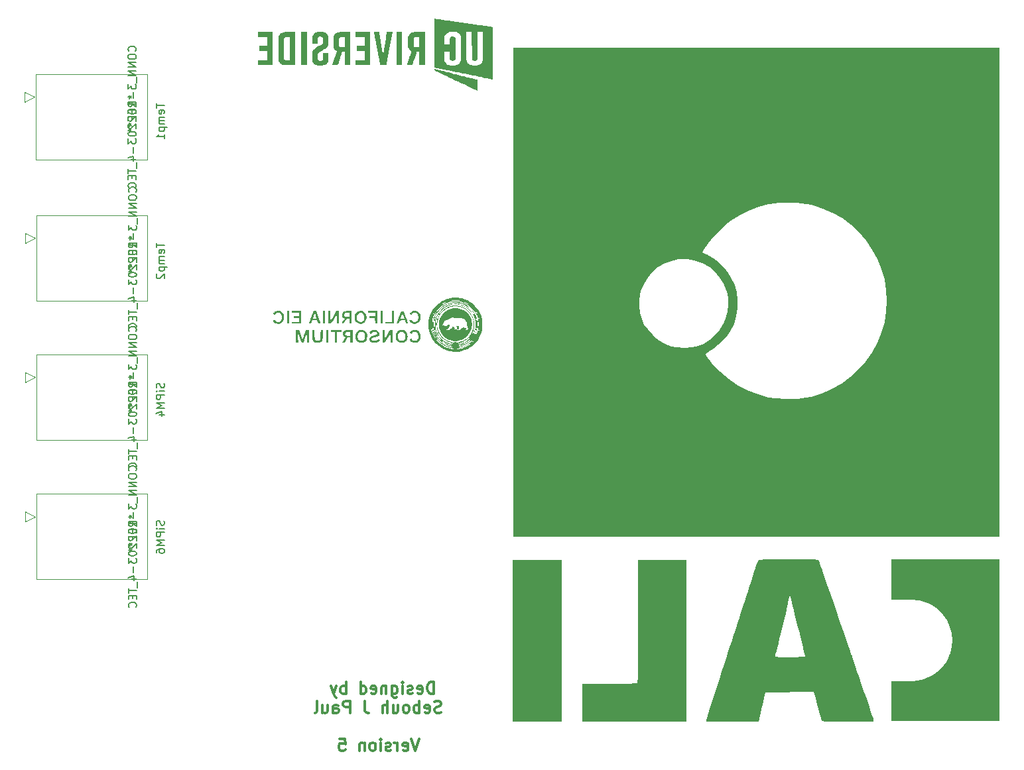
<source format=gbr>
%TF.GenerationSoftware,KiCad,Pcbnew,(6.0.8-1)-1*%
%TF.CreationDate,2022-12-07T14:55:29-05:00*%
%TF.ProjectId,Untitled,556e7469-746c-4656-942e-6b696361645f,rev?*%
%TF.SameCoordinates,Original*%
%TF.FileFunction,Legend,Bot*%
%TF.FilePolarity,Positive*%
%FSLAX46Y46*%
G04 Gerber Fmt 4.6, Leading zero omitted, Abs format (unit mm)*
G04 Created by KiCad (PCBNEW (6.0.8-1)-1) date 2022-12-07 14:55:29*
%MOMM*%
%LPD*%
G01*
G04 APERTURE LIST*
%ADD10C,0.150000*%
%ADD11C,0.300000*%
%ADD12C,0.120000*%
G04 APERTURE END LIST*
D10*
X63204761Y-99149996D02*
X63252380Y-99292853D01*
X63252380Y-99530948D01*
X63204761Y-99626186D01*
X63157142Y-99673805D01*
X63061904Y-99721425D01*
X62966666Y-99721425D01*
X62871428Y-99673805D01*
X62823809Y-99626186D01*
X62776190Y-99530948D01*
X62728571Y-99340472D01*
X62680952Y-99245234D01*
X62633333Y-99197615D01*
X62538095Y-99149996D01*
X62442857Y-99149996D01*
X62347619Y-99197615D01*
X62300000Y-99245234D01*
X62252380Y-99340472D01*
X62252380Y-99578567D01*
X62300000Y-99721425D01*
X63252380Y-100149996D02*
X62585714Y-100149996D01*
X62252380Y-100149996D02*
X62300000Y-100102377D01*
X62347619Y-100149996D01*
X62300000Y-100197615D01*
X62252380Y-100149996D01*
X62347619Y-100149996D01*
X63252380Y-100626186D02*
X62252380Y-100626186D01*
X62252380Y-101007139D01*
X62300000Y-101102377D01*
X62347619Y-101149996D01*
X62442857Y-101197615D01*
X62585714Y-101197615D01*
X62680952Y-101149996D01*
X62728571Y-101102377D01*
X62776190Y-101007139D01*
X62776190Y-100626186D01*
X63252380Y-101626186D02*
X62252380Y-101626186D01*
X62966666Y-101959520D01*
X62252380Y-102292853D01*
X63252380Y-102292853D01*
X62252380Y-103197615D02*
X62252380Y-103007139D01*
X62300000Y-102911901D01*
X62347619Y-102864282D01*
X62490476Y-102769044D01*
X62680952Y-102721425D01*
X63061904Y-102721425D01*
X63157142Y-102769044D01*
X63204761Y-102816663D01*
X63252380Y-102911901D01*
X63252380Y-103102377D01*
X63204761Y-103197615D01*
X63157142Y-103245234D01*
X63061904Y-103292853D01*
X62823809Y-103292853D01*
X62728571Y-103245234D01*
X62680952Y-103197615D01*
X62633333Y-103102377D01*
X62633333Y-102911901D01*
X62680952Y-102816663D01*
X62728571Y-102769044D01*
X62823809Y-102721425D01*
X62252380Y-45811904D02*
X62252380Y-46383332D01*
X63252380Y-46097618D02*
X62252380Y-46097618D01*
X63204761Y-47097618D02*
X63252380Y-47002380D01*
X63252380Y-46811904D01*
X63204761Y-46716666D01*
X63109523Y-46669047D01*
X62728571Y-46669047D01*
X62633333Y-46716666D01*
X62585714Y-46811904D01*
X62585714Y-47002380D01*
X62633333Y-47097618D01*
X62728571Y-47145237D01*
X62823809Y-47145237D01*
X62919047Y-46669047D01*
X63252380Y-47573808D02*
X62585714Y-47573808D01*
X62680952Y-47573808D02*
X62633333Y-47621428D01*
X62585714Y-47716666D01*
X62585714Y-47859523D01*
X62633333Y-47954761D01*
X62728571Y-48002380D01*
X63252380Y-48002380D01*
X62728571Y-48002380D02*
X62633333Y-48049999D01*
X62585714Y-48145237D01*
X62585714Y-48288094D01*
X62633333Y-48383332D01*
X62728571Y-48430951D01*
X63252380Y-48430951D01*
X62585714Y-48907142D02*
X63585714Y-48907142D01*
X62633333Y-48907142D02*
X62585714Y-49002380D01*
X62585714Y-49192856D01*
X62633333Y-49288094D01*
X62680952Y-49335713D01*
X62776190Y-49383332D01*
X63061904Y-49383332D01*
X63157142Y-49335713D01*
X63204761Y-49288094D01*
X63252380Y-49192856D01*
X63252380Y-49002380D01*
X63204761Y-48907142D01*
X63252380Y-50335713D02*
X63252380Y-49764285D01*
X63252380Y-50049999D02*
X62252380Y-50049999D01*
X62395238Y-49954761D01*
X62490476Y-49859523D01*
X62538095Y-49764285D01*
D11*
X97671428Y-121256071D02*
X97671428Y-119756071D01*
X97314285Y-119756071D01*
X97100000Y-119827500D01*
X96957142Y-119970357D01*
X96885714Y-120113214D01*
X96814285Y-120398928D01*
X96814285Y-120613214D01*
X96885714Y-120898928D01*
X96957142Y-121041785D01*
X97100000Y-121184642D01*
X97314285Y-121256071D01*
X97671428Y-121256071D01*
X95600000Y-121184642D02*
X95742857Y-121256071D01*
X96028571Y-121256071D01*
X96171428Y-121184642D01*
X96242857Y-121041785D01*
X96242857Y-120470357D01*
X96171428Y-120327500D01*
X96028571Y-120256071D01*
X95742857Y-120256071D01*
X95600000Y-120327500D01*
X95528571Y-120470357D01*
X95528571Y-120613214D01*
X96242857Y-120756071D01*
X94957142Y-121184642D02*
X94814285Y-121256071D01*
X94528571Y-121256071D01*
X94385714Y-121184642D01*
X94314285Y-121041785D01*
X94314285Y-120970357D01*
X94385714Y-120827500D01*
X94528571Y-120756071D01*
X94742857Y-120756071D01*
X94885714Y-120684642D01*
X94957142Y-120541785D01*
X94957142Y-120470357D01*
X94885714Y-120327500D01*
X94742857Y-120256071D01*
X94528571Y-120256071D01*
X94385714Y-120327500D01*
X93671428Y-121256071D02*
X93671428Y-120256071D01*
X93671428Y-119756071D02*
X93742857Y-119827500D01*
X93671428Y-119898928D01*
X93600000Y-119827500D01*
X93671428Y-119756071D01*
X93671428Y-119898928D01*
X92314285Y-120256071D02*
X92314285Y-121470357D01*
X92385714Y-121613214D01*
X92457142Y-121684642D01*
X92600000Y-121756071D01*
X92814285Y-121756071D01*
X92957142Y-121684642D01*
X92314285Y-121184642D02*
X92457142Y-121256071D01*
X92742857Y-121256071D01*
X92885714Y-121184642D01*
X92957142Y-121113214D01*
X93028571Y-120970357D01*
X93028571Y-120541785D01*
X92957142Y-120398928D01*
X92885714Y-120327500D01*
X92742857Y-120256071D01*
X92457142Y-120256071D01*
X92314285Y-120327500D01*
X91600000Y-120256071D02*
X91600000Y-121256071D01*
X91600000Y-120398928D02*
X91528571Y-120327500D01*
X91385714Y-120256071D01*
X91171428Y-120256071D01*
X91028571Y-120327500D01*
X90957142Y-120470357D01*
X90957142Y-121256071D01*
X89671428Y-121184642D02*
X89814285Y-121256071D01*
X90100000Y-121256071D01*
X90242857Y-121184642D01*
X90314285Y-121041785D01*
X90314285Y-120470357D01*
X90242857Y-120327500D01*
X90100000Y-120256071D01*
X89814285Y-120256071D01*
X89671428Y-120327500D01*
X89600000Y-120470357D01*
X89600000Y-120613214D01*
X90314285Y-120756071D01*
X88314285Y-121256071D02*
X88314285Y-119756071D01*
X88314285Y-121184642D02*
X88457142Y-121256071D01*
X88742857Y-121256071D01*
X88885714Y-121184642D01*
X88957142Y-121113214D01*
X89028571Y-120970357D01*
X89028571Y-120541785D01*
X88957142Y-120398928D01*
X88885714Y-120327500D01*
X88742857Y-120256071D01*
X88457142Y-120256071D01*
X88314285Y-120327500D01*
X86457142Y-121256071D02*
X86457142Y-119756071D01*
X86457142Y-120327500D02*
X86314285Y-120256071D01*
X86028571Y-120256071D01*
X85885714Y-120327500D01*
X85814285Y-120398928D01*
X85742857Y-120541785D01*
X85742857Y-120970357D01*
X85814285Y-121113214D01*
X85885714Y-121184642D01*
X86028571Y-121256071D01*
X86314285Y-121256071D01*
X86457142Y-121184642D01*
X85242857Y-120256071D02*
X84885714Y-121256071D01*
X84528571Y-120256071D02*
X84885714Y-121256071D01*
X85028571Y-121613214D01*
X85100000Y-121684642D01*
X85242857Y-121756071D01*
X98600000Y-123599642D02*
X98385714Y-123671071D01*
X98028571Y-123671071D01*
X97885714Y-123599642D01*
X97814285Y-123528214D01*
X97742857Y-123385357D01*
X97742857Y-123242500D01*
X97814285Y-123099642D01*
X97885714Y-123028214D01*
X98028571Y-122956785D01*
X98314285Y-122885357D01*
X98457142Y-122813928D01*
X98528571Y-122742500D01*
X98600000Y-122599642D01*
X98600000Y-122456785D01*
X98528571Y-122313928D01*
X98457142Y-122242500D01*
X98314285Y-122171071D01*
X97957142Y-122171071D01*
X97742857Y-122242500D01*
X96528571Y-123599642D02*
X96671428Y-123671071D01*
X96957142Y-123671071D01*
X97100000Y-123599642D01*
X97171428Y-123456785D01*
X97171428Y-122885357D01*
X97100000Y-122742500D01*
X96957142Y-122671071D01*
X96671428Y-122671071D01*
X96528571Y-122742500D01*
X96457142Y-122885357D01*
X96457142Y-123028214D01*
X97171428Y-123171071D01*
X95814285Y-123671071D02*
X95814285Y-122171071D01*
X95814285Y-122742500D02*
X95671428Y-122671071D01*
X95385714Y-122671071D01*
X95242857Y-122742500D01*
X95171428Y-122813928D01*
X95100000Y-122956785D01*
X95100000Y-123385357D01*
X95171428Y-123528214D01*
X95242857Y-123599642D01*
X95385714Y-123671071D01*
X95671428Y-123671071D01*
X95814285Y-123599642D01*
X94242857Y-123671071D02*
X94385714Y-123599642D01*
X94457142Y-123528214D01*
X94528571Y-123385357D01*
X94528571Y-122956785D01*
X94457142Y-122813928D01*
X94385714Y-122742500D01*
X94242857Y-122671071D01*
X94028571Y-122671071D01*
X93885714Y-122742500D01*
X93814285Y-122813928D01*
X93742857Y-122956785D01*
X93742857Y-123385357D01*
X93814285Y-123528214D01*
X93885714Y-123599642D01*
X94028571Y-123671071D01*
X94242857Y-123671071D01*
X92457142Y-122671071D02*
X92457142Y-123671071D01*
X93100000Y-122671071D02*
X93100000Y-123456785D01*
X93028571Y-123599642D01*
X92885714Y-123671071D01*
X92671428Y-123671071D01*
X92528571Y-123599642D01*
X92457142Y-123528214D01*
X91742857Y-123671071D02*
X91742857Y-122171071D01*
X91100000Y-123671071D02*
X91100000Y-122885357D01*
X91171428Y-122742500D01*
X91314285Y-122671071D01*
X91528571Y-122671071D01*
X91671428Y-122742500D01*
X91742857Y-122813928D01*
X88814285Y-122171071D02*
X88814285Y-123242500D01*
X88885714Y-123456785D01*
X89028571Y-123599642D01*
X89242857Y-123671071D01*
X89385714Y-123671071D01*
X86957142Y-123671071D02*
X86957142Y-122171071D01*
X86385714Y-122171071D01*
X86242857Y-122242500D01*
X86171428Y-122313928D01*
X86100000Y-122456785D01*
X86100000Y-122671071D01*
X86171428Y-122813928D01*
X86242857Y-122885357D01*
X86385714Y-122956785D01*
X86957142Y-122956785D01*
X84814285Y-123671071D02*
X84814285Y-122885357D01*
X84885714Y-122742500D01*
X85028571Y-122671071D01*
X85314285Y-122671071D01*
X85457142Y-122742500D01*
X84814285Y-123599642D02*
X84957142Y-123671071D01*
X85314285Y-123671071D01*
X85457142Y-123599642D01*
X85528571Y-123456785D01*
X85528571Y-123313928D01*
X85457142Y-123171071D01*
X85314285Y-123099642D01*
X84957142Y-123099642D01*
X84814285Y-123028214D01*
X83457142Y-122671071D02*
X83457142Y-123671071D01*
X84100000Y-122671071D02*
X84100000Y-123456785D01*
X84028571Y-123599642D01*
X83885714Y-123671071D01*
X83671428Y-123671071D01*
X83528571Y-123599642D01*
X83457142Y-123528214D01*
X82528571Y-123671071D02*
X82671428Y-123599642D01*
X82742857Y-123456785D01*
X82742857Y-122171071D01*
X95814285Y-127001071D02*
X95314285Y-128501071D01*
X94814285Y-127001071D01*
X93742857Y-128429642D02*
X93885714Y-128501071D01*
X94171428Y-128501071D01*
X94314285Y-128429642D01*
X94385714Y-128286785D01*
X94385714Y-127715357D01*
X94314285Y-127572500D01*
X94171428Y-127501071D01*
X93885714Y-127501071D01*
X93742857Y-127572500D01*
X93671428Y-127715357D01*
X93671428Y-127858214D01*
X94385714Y-128001071D01*
X93028571Y-128501071D02*
X93028571Y-127501071D01*
X93028571Y-127786785D02*
X92957142Y-127643928D01*
X92885714Y-127572500D01*
X92742857Y-127501071D01*
X92600000Y-127501071D01*
X92171428Y-128429642D02*
X92028571Y-128501071D01*
X91742857Y-128501071D01*
X91600000Y-128429642D01*
X91528571Y-128286785D01*
X91528571Y-128215357D01*
X91600000Y-128072500D01*
X91742857Y-128001071D01*
X91957142Y-128001071D01*
X92100000Y-127929642D01*
X92171428Y-127786785D01*
X92171428Y-127715357D01*
X92100000Y-127572500D01*
X91957142Y-127501071D01*
X91742857Y-127501071D01*
X91600000Y-127572500D01*
X90885714Y-128501071D02*
X90885714Y-127501071D01*
X90885714Y-127001071D02*
X90957142Y-127072500D01*
X90885714Y-127143928D01*
X90814285Y-127072500D01*
X90885714Y-127001071D01*
X90885714Y-127143928D01*
X89957142Y-128501071D02*
X90100000Y-128429642D01*
X90171428Y-128358214D01*
X90242857Y-128215357D01*
X90242857Y-127786785D01*
X90171428Y-127643928D01*
X90100000Y-127572500D01*
X89957142Y-127501071D01*
X89742857Y-127501071D01*
X89600000Y-127572500D01*
X89528571Y-127643928D01*
X89457142Y-127786785D01*
X89457142Y-128215357D01*
X89528571Y-128358214D01*
X89600000Y-128429642D01*
X89742857Y-128501071D01*
X89957142Y-128501071D01*
X88814285Y-127501071D02*
X88814285Y-128501071D01*
X88814285Y-127643928D02*
X88742857Y-127572500D01*
X88600000Y-127501071D01*
X88385714Y-127501071D01*
X88242857Y-127572500D01*
X88171428Y-127715357D01*
X88171428Y-128501071D01*
X85600000Y-127001071D02*
X86314285Y-127001071D01*
X86385714Y-127715357D01*
X86314285Y-127643928D01*
X86171428Y-127572500D01*
X85814285Y-127572500D01*
X85671428Y-127643928D01*
X85600000Y-127715357D01*
X85528571Y-127858214D01*
X85528571Y-128215357D01*
X85600000Y-128358214D01*
X85671428Y-128429642D01*
X85814285Y-128501071D01*
X86171428Y-128501071D01*
X86314285Y-128429642D01*
X86385714Y-128358214D01*
D10*
X63204761Y-81592854D02*
X63252380Y-81735711D01*
X63252380Y-81973806D01*
X63204761Y-82069044D01*
X63157142Y-82116663D01*
X63061904Y-82164283D01*
X62966666Y-82164283D01*
X62871428Y-82116663D01*
X62823809Y-82069044D01*
X62776190Y-81973806D01*
X62728571Y-81783330D01*
X62680952Y-81688092D01*
X62633333Y-81640473D01*
X62538095Y-81592854D01*
X62442857Y-81592854D01*
X62347619Y-81640473D01*
X62300000Y-81688092D01*
X62252380Y-81783330D01*
X62252380Y-82021425D01*
X62300000Y-82164283D01*
X63252380Y-82592854D02*
X62585714Y-82592854D01*
X62252380Y-82592854D02*
X62300000Y-82545235D01*
X62347619Y-82592854D01*
X62300000Y-82640473D01*
X62252380Y-82592854D01*
X62347619Y-82592854D01*
X63252380Y-83069044D02*
X62252380Y-83069044D01*
X62252380Y-83449997D01*
X62300000Y-83545235D01*
X62347619Y-83592854D01*
X62442857Y-83640473D01*
X62585714Y-83640473D01*
X62680952Y-83592854D01*
X62728571Y-83545235D01*
X62776190Y-83449997D01*
X62776190Y-83069044D01*
X63252380Y-84069044D02*
X62252380Y-84069044D01*
X62966666Y-84402378D01*
X62252380Y-84735711D01*
X63252380Y-84735711D01*
X62585714Y-85640473D02*
X63252380Y-85640473D01*
X62204761Y-85402378D02*
X62919047Y-85164283D01*
X62919047Y-85783330D01*
X62252380Y-63654760D02*
X62252380Y-64226188D01*
X63252380Y-63940474D02*
X62252380Y-63940474D01*
X63204761Y-64940474D02*
X63252380Y-64845236D01*
X63252380Y-64654760D01*
X63204761Y-64559522D01*
X63109523Y-64511903D01*
X62728571Y-64511903D01*
X62633333Y-64559522D01*
X62585714Y-64654760D01*
X62585714Y-64845236D01*
X62633333Y-64940474D01*
X62728571Y-64988093D01*
X62823809Y-64988093D01*
X62919047Y-64511903D01*
X63252380Y-65416664D02*
X62585714Y-65416664D01*
X62680952Y-65416664D02*
X62633333Y-65464284D01*
X62585714Y-65559522D01*
X62585714Y-65702379D01*
X62633333Y-65797617D01*
X62728571Y-65845236D01*
X63252380Y-65845236D01*
X62728571Y-65845236D02*
X62633333Y-65892855D01*
X62585714Y-65988093D01*
X62585714Y-66130950D01*
X62633333Y-66226188D01*
X62728571Y-66273807D01*
X63252380Y-66273807D01*
X62585714Y-66749998D02*
X63585714Y-66749998D01*
X62633333Y-66749998D02*
X62585714Y-66845236D01*
X62585714Y-67035712D01*
X62633333Y-67130950D01*
X62680952Y-67178569D01*
X62776190Y-67226188D01*
X63061904Y-67226188D01*
X63157142Y-67178569D01*
X63204761Y-67130950D01*
X63252380Y-67035712D01*
X63252380Y-66845236D01*
X63204761Y-66749998D01*
X62347619Y-67607141D02*
X62300000Y-67654760D01*
X62252380Y-67749998D01*
X62252380Y-67988093D01*
X62300000Y-68083331D01*
X62347619Y-68130950D01*
X62442857Y-68178569D01*
X62538095Y-68178569D01*
X62680952Y-68130950D01*
X63252380Y-67559522D01*
X63252380Y-68178569D01*
%TO.C,REF\u002A\u002A*%
X59702480Y-82019166D02*
X59226290Y-81685833D01*
X59702480Y-81447738D02*
X58702480Y-81447738D01*
X58702480Y-81828690D01*
X58750100Y-81923928D01*
X58797719Y-81971547D01*
X58892957Y-82019166D01*
X59035814Y-82019166D01*
X59131052Y-81971547D01*
X59178671Y-81923928D01*
X59226290Y-81828690D01*
X59226290Y-81447738D01*
X59178671Y-82447738D02*
X59178671Y-82781071D01*
X59702480Y-82923928D02*
X59702480Y-82447738D01*
X58702480Y-82447738D01*
X58702480Y-82923928D01*
X59178671Y-83685833D02*
X59178671Y-83352500D01*
X59702480Y-83352500D02*
X58702480Y-83352500D01*
X58702480Y-83828690D01*
X58702480Y-84352500D02*
X58940576Y-84352500D01*
X58845338Y-84114404D02*
X58940576Y-84352500D01*
X58845338Y-84590595D01*
X59131052Y-84209642D02*
X58940576Y-84352500D01*
X59131052Y-84495357D01*
X58702480Y-85114404D02*
X58940576Y-85114404D01*
X58845338Y-84876309D02*
X58940576Y-85114404D01*
X58845338Y-85352500D01*
X59131052Y-84971547D02*
X58940576Y-85114404D01*
X59131052Y-85257261D01*
X59607242Y-74947738D02*
X59654861Y-74900119D01*
X59702480Y-74757261D01*
X59702480Y-74662023D01*
X59654861Y-74519166D01*
X59559623Y-74423928D01*
X59464385Y-74376309D01*
X59273909Y-74328690D01*
X59131052Y-74328690D01*
X58940576Y-74376309D01*
X58845338Y-74423928D01*
X58750100Y-74519166D01*
X58702480Y-74662023D01*
X58702480Y-74757261D01*
X58750100Y-74900119D01*
X58797719Y-74947738D01*
X58702480Y-75566785D02*
X58702480Y-75757261D01*
X58750100Y-75852500D01*
X58845338Y-75947738D01*
X59035814Y-75995357D01*
X59369147Y-75995357D01*
X59559623Y-75947738D01*
X59654861Y-75852500D01*
X59702480Y-75757261D01*
X59702480Y-75566785D01*
X59654861Y-75471547D01*
X59559623Y-75376309D01*
X59369147Y-75328690D01*
X59035814Y-75328690D01*
X58845338Y-75376309D01*
X58750100Y-75471547D01*
X58702480Y-75566785D01*
X59702480Y-76423928D02*
X58702480Y-76423928D01*
X59702480Y-76995357D01*
X58702480Y-76995357D01*
X59702480Y-77471547D02*
X58702480Y-77471547D01*
X59702480Y-78042976D01*
X58702480Y-78042976D01*
X59797719Y-78281071D02*
X59797719Y-79042976D01*
X58702480Y-79185833D02*
X58702480Y-79804880D01*
X59083433Y-79471547D01*
X59083433Y-79614404D01*
X59131052Y-79709642D01*
X59178671Y-79757261D01*
X59273909Y-79804880D01*
X59512004Y-79804880D01*
X59607242Y-79757261D01*
X59654861Y-79709642D01*
X59702480Y-79614404D01*
X59702480Y-79328690D01*
X59654861Y-79233452D01*
X59607242Y-79185833D01*
X59321528Y-80233452D02*
X59321528Y-80995357D01*
X59702480Y-81995357D02*
X59702480Y-81423928D01*
X59702480Y-81709642D02*
X58702480Y-81709642D01*
X58845338Y-81614404D01*
X58940576Y-81519166D01*
X58988195Y-81423928D01*
X58702480Y-82614404D02*
X58702480Y-82709642D01*
X58750100Y-82804880D01*
X58797719Y-82852500D01*
X58892957Y-82900119D01*
X59083433Y-82947738D01*
X59321528Y-82947738D01*
X59512004Y-82900119D01*
X59607242Y-82852500D01*
X59654861Y-82804880D01*
X59702480Y-82709642D01*
X59702480Y-82614404D01*
X59654861Y-82519166D01*
X59607242Y-82471547D01*
X59512004Y-82423928D01*
X59321528Y-82376309D01*
X59083433Y-82376309D01*
X58892957Y-82423928D01*
X58797719Y-82471547D01*
X58750100Y-82519166D01*
X58702480Y-82614404D01*
X58797719Y-83328690D02*
X58750100Y-83376309D01*
X58702480Y-83471547D01*
X58702480Y-83709642D01*
X58750100Y-83804880D01*
X58797719Y-83852500D01*
X58892957Y-83900119D01*
X58988195Y-83900119D01*
X59131052Y-83852500D01*
X59702480Y-83281071D01*
X59702480Y-83900119D01*
X58797719Y-84281071D02*
X58750100Y-84328690D01*
X58702480Y-84423928D01*
X58702480Y-84662023D01*
X58750100Y-84757261D01*
X58797719Y-84804880D01*
X58892957Y-84852500D01*
X58988195Y-84852500D01*
X59131052Y-84804880D01*
X59702480Y-84233452D01*
X59702480Y-84852500D01*
X58702480Y-85471547D02*
X58702480Y-85566785D01*
X58750100Y-85662023D01*
X58797719Y-85709642D01*
X58892957Y-85757261D01*
X59083433Y-85804880D01*
X59321528Y-85804880D01*
X59512004Y-85757261D01*
X59607242Y-85709642D01*
X59654861Y-85662023D01*
X59702480Y-85566785D01*
X59702480Y-85471547D01*
X59654861Y-85376309D01*
X59607242Y-85328690D01*
X59512004Y-85281071D01*
X59321528Y-85233452D01*
X59083433Y-85233452D01*
X58892957Y-85281071D01*
X58797719Y-85328690D01*
X58750100Y-85376309D01*
X58702480Y-85471547D01*
X58702480Y-86138214D02*
X58702480Y-86757261D01*
X59083433Y-86423928D01*
X59083433Y-86566785D01*
X59131052Y-86662023D01*
X59178671Y-86709642D01*
X59273909Y-86757261D01*
X59512004Y-86757261D01*
X59607242Y-86709642D01*
X59654861Y-86662023D01*
X59702480Y-86566785D01*
X59702480Y-86281071D01*
X59654861Y-86185833D01*
X59607242Y-86138214D01*
X59321528Y-87185833D02*
X59321528Y-87947738D01*
X59035814Y-88852500D02*
X59702480Y-88852500D01*
X58654861Y-88614404D02*
X59369147Y-88376309D01*
X59369147Y-88995357D01*
X59797719Y-89138214D02*
X59797719Y-89900119D01*
X58702480Y-89995357D02*
X58702480Y-90566785D01*
X59702480Y-90281071D02*
X58702480Y-90281071D01*
X59178671Y-90900119D02*
X59178671Y-91233452D01*
X59702480Y-91376309D02*
X59702480Y-90900119D01*
X58702480Y-90900119D01*
X58702480Y-91376309D01*
X59607242Y-92376309D02*
X59654861Y-92328690D01*
X59702480Y-92185833D01*
X59702480Y-92090595D01*
X59654861Y-91947738D01*
X59559623Y-91852500D01*
X59464385Y-91804880D01*
X59273909Y-91757261D01*
X59131052Y-91757261D01*
X58940576Y-91804880D01*
X58845338Y-91852500D01*
X58750100Y-91947738D01*
X58702480Y-92090595D01*
X58702480Y-92185833D01*
X58750100Y-92328690D01*
X58797719Y-92376309D01*
X58702480Y-80812500D02*
X58940576Y-80812500D01*
X58845338Y-80574404D02*
X58940576Y-80812500D01*
X58845338Y-81050595D01*
X59131052Y-80669642D02*
X58940576Y-80812500D01*
X59131052Y-80955357D01*
X59652380Y-46206666D02*
X59176190Y-45873333D01*
X59652380Y-45635238D02*
X58652380Y-45635238D01*
X58652380Y-46016190D01*
X58700000Y-46111428D01*
X58747619Y-46159047D01*
X58842857Y-46206666D01*
X58985714Y-46206666D01*
X59080952Y-46159047D01*
X59128571Y-46111428D01*
X59176190Y-46016190D01*
X59176190Y-45635238D01*
X59128571Y-46635238D02*
X59128571Y-46968571D01*
X59652380Y-47111428D02*
X59652380Y-46635238D01*
X58652380Y-46635238D01*
X58652380Y-47111428D01*
X59128571Y-47873333D02*
X59128571Y-47540000D01*
X59652380Y-47540000D02*
X58652380Y-47540000D01*
X58652380Y-48016190D01*
X58652380Y-48540000D02*
X58890476Y-48540000D01*
X58795238Y-48301904D02*
X58890476Y-48540000D01*
X58795238Y-48778095D01*
X59080952Y-48397142D02*
X58890476Y-48540000D01*
X59080952Y-48682857D01*
X58652380Y-49301904D02*
X58890476Y-49301904D01*
X58795238Y-49063809D02*
X58890476Y-49301904D01*
X58795238Y-49540000D01*
X59080952Y-49159047D02*
X58890476Y-49301904D01*
X59080952Y-49444761D01*
X59557142Y-39135238D02*
X59604761Y-39087619D01*
X59652380Y-38944761D01*
X59652380Y-38849523D01*
X59604761Y-38706666D01*
X59509523Y-38611428D01*
X59414285Y-38563809D01*
X59223809Y-38516190D01*
X59080952Y-38516190D01*
X58890476Y-38563809D01*
X58795238Y-38611428D01*
X58700000Y-38706666D01*
X58652380Y-38849523D01*
X58652380Y-38944761D01*
X58700000Y-39087619D01*
X58747619Y-39135238D01*
X58652380Y-39754285D02*
X58652380Y-39944761D01*
X58700000Y-40040000D01*
X58795238Y-40135238D01*
X58985714Y-40182857D01*
X59319047Y-40182857D01*
X59509523Y-40135238D01*
X59604761Y-40040000D01*
X59652380Y-39944761D01*
X59652380Y-39754285D01*
X59604761Y-39659047D01*
X59509523Y-39563809D01*
X59319047Y-39516190D01*
X58985714Y-39516190D01*
X58795238Y-39563809D01*
X58700000Y-39659047D01*
X58652380Y-39754285D01*
X59652380Y-40611428D02*
X58652380Y-40611428D01*
X59652380Y-41182857D01*
X58652380Y-41182857D01*
X59652380Y-41659047D02*
X58652380Y-41659047D01*
X59652380Y-42230476D01*
X58652380Y-42230476D01*
X59747619Y-42468571D02*
X59747619Y-43230476D01*
X58652380Y-43373333D02*
X58652380Y-43992380D01*
X59033333Y-43659047D01*
X59033333Y-43801904D01*
X59080952Y-43897142D01*
X59128571Y-43944761D01*
X59223809Y-43992380D01*
X59461904Y-43992380D01*
X59557142Y-43944761D01*
X59604761Y-43897142D01*
X59652380Y-43801904D01*
X59652380Y-43516190D01*
X59604761Y-43420952D01*
X59557142Y-43373333D01*
X59271428Y-44420952D02*
X59271428Y-45182857D01*
X59652380Y-46182857D02*
X59652380Y-45611428D01*
X59652380Y-45897142D02*
X58652380Y-45897142D01*
X58795238Y-45801904D01*
X58890476Y-45706666D01*
X58938095Y-45611428D01*
X58652380Y-46801904D02*
X58652380Y-46897142D01*
X58700000Y-46992380D01*
X58747619Y-47040000D01*
X58842857Y-47087619D01*
X59033333Y-47135238D01*
X59271428Y-47135238D01*
X59461904Y-47087619D01*
X59557142Y-47040000D01*
X59604761Y-46992380D01*
X59652380Y-46897142D01*
X59652380Y-46801904D01*
X59604761Y-46706666D01*
X59557142Y-46659047D01*
X59461904Y-46611428D01*
X59271428Y-46563809D01*
X59033333Y-46563809D01*
X58842857Y-46611428D01*
X58747619Y-46659047D01*
X58700000Y-46706666D01*
X58652380Y-46801904D01*
X58747619Y-47516190D02*
X58700000Y-47563809D01*
X58652380Y-47659047D01*
X58652380Y-47897142D01*
X58700000Y-47992380D01*
X58747619Y-48040000D01*
X58842857Y-48087619D01*
X58938095Y-48087619D01*
X59080952Y-48040000D01*
X59652380Y-47468571D01*
X59652380Y-48087619D01*
X58747619Y-48468571D02*
X58700000Y-48516190D01*
X58652380Y-48611428D01*
X58652380Y-48849523D01*
X58700000Y-48944761D01*
X58747619Y-48992380D01*
X58842857Y-49039999D01*
X58938095Y-49039999D01*
X59080952Y-48992380D01*
X59652380Y-48420952D01*
X59652380Y-49039999D01*
X58652380Y-49659047D02*
X58652380Y-49754285D01*
X58700000Y-49849523D01*
X58747619Y-49897142D01*
X58842857Y-49944761D01*
X59033333Y-49992380D01*
X59271428Y-49992380D01*
X59461904Y-49944761D01*
X59557142Y-49897142D01*
X59604761Y-49849523D01*
X59652380Y-49754285D01*
X59652380Y-49659047D01*
X59604761Y-49563809D01*
X59557142Y-49516190D01*
X59461904Y-49468571D01*
X59271428Y-49420952D01*
X59033333Y-49420952D01*
X58842857Y-49468571D01*
X58747619Y-49516190D01*
X58700000Y-49563809D01*
X58652380Y-49659047D01*
X58652380Y-50325714D02*
X58652380Y-50944761D01*
X59033333Y-50611428D01*
X59033333Y-50754285D01*
X59080952Y-50849523D01*
X59128571Y-50897142D01*
X59223809Y-50944761D01*
X59461904Y-50944761D01*
X59557142Y-50897142D01*
X59604761Y-50849523D01*
X59652380Y-50754285D01*
X59652380Y-50468571D01*
X59604761Y-50373333D01*
X59557142Y-50325714D01*
X59271428Y-51373333D02*
X59271428Y-52135238D01*
X58985714Y-53039999D02*
X59652380Y-53039999D01*
X58604761Y-52801904D02*
X59319047Y-52563809D01*
X59319047Y-53182857D01*
X59747619Y-53325714D02*
X59747619Y-54087619D01*
X58652380Y-54182857D02*
X58652380Y-54754285D01*
X59652380Y-54468571D02*
X58652380Y-54468571D01*
X59128571Y-55087619D02*
X59128571Y-55420952D01*
X59652380Y-55563809D02*
X59652380Y-55087619D01*
X58652380Y-55087619D01*
X58652380Y-55563809D01*
X59557142Y-56563809D02*
X59604761Y-56516190D01*
X59652380Y-56373333D01*
X59652380Y-56278095D01*
X59604761Y-56135238D01*
X59509523Y-56039999D01*
X59414285Y-55992380D01*
X59223809Y-55944761D01*
X59080952Y-55944761D01*
X58890476Y-55992380D01*
X58795238Y-56039999D01*
X58700000Y-56135238D01*
X58652380Y-56278095D01*
X58652380Y-56373333D01*
X58700000Y-56516190D01*
X58747619Y-56563809D01*
X58652380Y-45000000D02*
X58890476Y-45000000D01*
X58795238Y-44761904D02*
X58890476Y-45000000D01*
X58795238Y-45238095D01*
X59080952Y-44857142D02*
X58890476Y-45000000D01*
X59080952Y-45142857D01*
X59702480Y-99819166D02*
X59226290Y-99485833D01*
X59702480Y-99247738D02*
X58702480Y-99247738D01*
X58702480Y-99628690D01*
X58750100Y-99723928D01*
X58797719Y-99771547D01*
X58892957Y-99819166D01*
X59035814Y-99819166D01*
X59131052Y-99771547D01*
X59178671Y-99723928D01*
X59226290Y-99628690D01*
X59226290Y-99247738D01*
X59178671Y-100247738D02*
X59178671Y-100581071D01*
X59702480Y-100723928D02*
X59702480Y-100247738D01*
X58702480Y-100247738D01*
X58702480Y-100723928D01*
X59178671Y-101485833D02*
X59178671Y-101152500D01*
X59702480Y-101152500D02*
X58702480Y-101152500D01*
X58702480Y-101628690D01*
X58702480Y-102152500D02*
X58940576Y-102152500D01*
X58845338Y-101914404D02*
X58940576Y-102152500D01*
X58845338Y-102390595D01*
X59131052Y-102009642D02*
X58940576Y-102152500D01*
X59131052Y-102295357D01*
X58702480Y-102914404D02*
X58940576Y-102914404D01*
X58845338Y-102676309D02*
X58940576Y-102914404D01*
X58845338Y-103152500D01*
X59131052Y-102771547D02*
X58940576Y-102914404D01*
X59131052Y-103057261D01*
X59607242Y-92747738D02*
X59654861Y-92700119D01*
X59702480Y-92557261D01*
X59702480Y-92462023D01*
X59654861Y-92319166D01*
X59559623Y-92223928D01*
X59464385Y-92176309D01*
X59273909Y-92128690D01*
X59131052Y-92128690D01*
X58940576Y-92176309D01*
X58845338Y-92223928D01*
X58750100Y-92319166D01*
X58702480Y-92462023D01*
X58702480Y-92557261D01*
X58750100Y-92700119D01*
X58797719Y-92747738D01*
X58702480Y-93366785D02*
X58702480Y-93557261D01*
X58750100Y-93652500D01*
X58845338Y-93747738D01*
X59035814Y-93795357D01*
X59369147Y-93795357D01*
X59559623Y-93747738D01*
X59654861Y-93652500D01*
X59702480Y-93557261D01*
X59702480Y-93366785D01*
X59654861Y-93271547D01*
X59559623Y-93176309D01*
X59369147Y-93128690D01*
X59035814Y-93128690D01*
X58845338Y-93176309D01*
X58750100Y-93271547D01*
X58702480Y-93366785D01*
X59702480Y-94223928D02*
X58702480Y-94223928D01*
X59702480Y-94795357D01*
X58702480Y-94795357D01*
X59702480Y-95271547D02*
X58702480Y-95271547D01*
X59702480Y-95842976D01*
X58702480Y-95842976D01*
X59797719Y-96081071D02*
X59797719Y-96842976D01*
X58702480Y-96985833D02*
X58702480Y-97604880D01*
X59083433Y-97271547D01*
X59083433Y-97414404D01*
X59131052Y-97509642D01*
X59178671Y-97557261D01*
X59273909Y-97604880D01*
X59512004Y-97604880D01*
X59607242Y-97557261D01*
X59654861Y-97509642D01*
X59702480Y-97414404D01*
X59702480Y-97128690D01*
X59654861Y-97033452D01*
X59607242Y-96985833D01*
X59321528Y-98033452D02*
X59321528Y-98795357D01*
X59702480Y-99795357D02*
X59702480Y-99223928D01*
X59702480Y-99509642D02*
X58702480Y-99509642D01*
X58845338Y-99414404D01*
X58940576Y-99319166D01*
X58988195Y-99223928D01*
X58702480Y-100414404D02*
X58702480Y-100509642D01*
X58750100Y-100604880D01*
X58797719Y-100652500D01*
X58892957Y-100700119D01*
X59083433Y-100747738D01*
X59321528Y-100747738D01*
X59512004Y-100700119D01*
X59607242Y-100652500D01*
X59654861Y-100604880D01*
X59702480Y-100509642D01*
X59702480Y-100414404D01*
X59654861Y-100319166D01*
X59607242Y-100271547D01*
X59512004Y-100223928D01*
X59321528Y-100176309D01*
X59083433Y-100176309D01*
X58892957Y-100223928D01*
X58797719Y-100271547D01*
X58750100Y-100319166D01*
X58702480Y-100414404D01*
X58797719Y-101128690D02*
X58750100Y-101176309D01*
X58702480Y-101271547D01*
X58702480Y-101509642D01*
X58750100Y-101604880D01*
X58797719Y-101652500D01*
X58892957Y-101700119D01*
X58988195Y-101700119D01*
X59131052Y-101652500D01*
X59702480Y-101081071D01*
X59702480Y-101700119D01*
X58797719Y-102081071D02*
X58750100Y-102128690D01*
X58702480Y-102223928D01*
X58702480Y-102462023D01*
X58750100Y-102557261D01*
X58797719Y-102604880D01*
X58892957Y-102652500D01*
X58988195Y-102652500D01*
X59131052Y-102604880D01*
X59702480Y-102033452D01*
X59702480Y-102652500D01*
X58702480Y-103271547D02*
X58702480Y-103366785D01*
X58750100Y-103462023D01*
X58797719Y-103509642D01*
X58892957Y-103557261D01*
X59083433Y-103604880D01*
X59321528Y-103604880D01*
X59512004Y-103557261D01*
X59607242Y-103509642D01*
X59654861Y-103462023D01*
X59702480Y-103366785D01*
X59702480Y-103271547D01*
X59654861Y-103176309D01*
X59607242Y-103128690D01*
X59512004Y-103081071D01*
X59321528Y-103033452D01*
X59083433Y-103033452D01*
X58892957Y-103081071D01*
X58797719Y-103128690D01*
X58750100Y-103176309D01*
X58702480Y-103271547D01*
X58702480Y-103938214D02*
X58702480Y-104557261D01*
X59083433Y-104223928D01*
X59083433Y-104366785D01*
X59131052Y-104462023D01*
X59178671Y-104509642D01*
X59273909Y-104557261D01*
X59512004Y-104557261D01*
X59607242Y-104509642D01*
X59654861Y-104462023D01*
X59702480Y-104366785D01*
X59702480Y-104081071D01*
X59654861Y-103985833D01*
X59607242Y-103938214D01*
X59321528Y-104985833D02*
X59321528Y-105747738D01*
X59035814Y-106652500D02*
X59702480Y-106652500D01*
X58654861Y-106414404D02*
X59369147Y-106176309D01*
X59369147Y-106795357D01*
X59797719Y-106938214D02*
X59797719Y-107700119D01*
X58702480Y-107795357D02*
X58702480Y-108366785D01*
X59702480Y-108081071D02*
X58702480Y-108081071D01*
X59178671Y-108700119D02*
X59178671Y-109033452D01*
X59702480Y-109176309D02*
X59702480Y-108700119D01*
X58702480Y-108700119D01*
X58702480Y-109176309D01*
X59607242Y-110176309D02*
X59654861Y-110128690D01*
X59702480Y-109985833D01*
X59702480Y-109890595D01*
X59654861Y-109747738D01*
X59559623Y-109652500D01*
X59464385Y-109604880D01*
X59273909Y-109557261D01*
X59131052Y-109557261D01*
X58940576Y-109604880D01*
X58845338Y-109652500D01*
X58750100Y-109747738D01*
X58702480Y-109890595D01*
X58702480Y-109985833D01*
X58750100Y-110128690D01*
X58797719Y-110176309D01*
X58702480Y-98612500D02*
X58940576Y-98612500D01*
X58845338Y-98374404D02*
X58940576Y-98612500D01*
X58845338Y-98850595D01*
X59131052Y-98469642D02*
X58940576Y-98612500D01*
X59131052Y-98755357D01*
X59702480Y-64219166D02*
X59226290Y-63885833D01*
X59702480Y-63647738D02*
X58702480Y-63647738D01*
X58702480Y-64028690D01*
X58750100Y-64123928D01*
X58797719Y-64171547D01*
X58892957Y-64219166D01*
X59035814Y-64219166D01*
X59131052Y-64171547D01*
X59178671Y-64123928D01*
X59226290Y-64028690D01*
X59226290Y-63647738D01*
X59178671Y-64647738D02*
X59178671Y-64981071D01*
X59702480Y-65123928D02*
X59702480Y-64647738D01*
X58702480Y-64647738D01*
X58702480Y-65123928D01*
X59178671Y-65885833D02*
X59178671Y-65552500D01*
X59702480Y-65552500D02*
X58702480Y-65552500D01*
X58702480Y-66028690D01*
X58702480Y-66552500D02*
X58940576Y-66552500D01*
X58845338Y-66314404D02*
X58940576Y-66552500D01*
X58845338Y-66790595D01*
X59131052Y-66409642D02*
X58940576Y-66552500D01*
X59131052Y-66695357D01*
X58702480Y-67314404D02*
X58940576Y-67314404D01*
X58845338Y-67076309D02*
X58940576Y-67314404D01*
X58845338Y-67552500D01*
X59131052Y-67171547D02*
X58940576Y-67314404D01*
X59131052Y-67457261D01*
X59607242Y-57147738D02*
X59654861Y-57100119D01*
X59702480Y-56957261D01*
X59702480Y-56862023D01*
X59654861Y-56719166D01*
X59559623Y-56623928D01*
X59464385Y-56576309D01*
X59273909Y-56528690D01*
X59131052Y-56528690D01*
X58940576Y-56576309D01*
X58845338Y-56623928D01*
X58750100Y-56719166D01*
X58702480Y-56862023D01*
X58702480Y-56957261D01*
X58750100Y-57100119D01*
X58797719Y-57147738D01*
X58702480Y-57766785D02*
X58702480Y-57957261D01*
X58750100Y-58052500D01*
X58845338Y-58147738D01*
X59035814Y-58195357D01*
X59369147Y-58195357D01*
X59559623Y-58147738D01*
X59654861Y-58052500D01*
X59702480Y-57957261D01*
X59702480Y-57766785D01*
X59654861Y-57671547D01*
X59559623Y-57576309D01*
X59369147Y-57528690D01*
X59035814Y-57528690D01*
X58845338Y-57576309D01*
X58750100Y-57671547D01*
X58702480Y-57766785D01*
X59702480Y-58623928D02*
X58702480Y-58623928D01*
X59702480Y-59195357D01*
X58702480Y-59195357D01*
X59702480Y-59671547D02*
X58702480Y-59671547D01*
X59702480Y-60242976D01*
X58702480Y-60242976D01*
X59797719Y-60481071D02*
X59797719Y-61242976D01*
X58702480Y-61385833D02*
X58702480Y-62004880D01*
X59083433Y-61671547D01*
X59083433Y-61814404D01*
X59131052Y-61909642D01*
X59178671Y-61957261D01*
X59273909Y-62004880D01*
X59512004Y-62004880D01*
X59607242Y-61957261D01*
X59654861Y-61909642D01*
X59702480Y-61814404D01*
X59702480Y-61528690D01*
X59654861Y-61433452D01*
X59607242Y-61385833D01*
X59321528Y-62433452D02*
X59321528Y-63195357D01*
X59702480Y-64195357D02*
X59702480Y-63623928D01*
X59702480Y-63909642D02*
X58702480Y-63909642D01*
X58845338Y-63814404D01*
X58940576Y-63719166D01*
X58988195Y-63623928D01*
X58702480Y-64814404D02*
X58702480Y-64909642D01*
X58750100Y-65004880D01*
X58797719Y-65052500D01*
X58892957Y-65100119D01*
X59083433Y-65147738D01*
X59321528Y-65147738D01*
X59512004Y-65100119D01*
X59607242Y-65052500D01*
X59654861Y-65004880D01*
X59702480Y-64909642D01*
X59702480Y-64814404D01*
X59654861Y-64719166D01*
X59607242Y-64671547D01*
X59512004Y-64623928D01*
X59321528Y-64576309D01*
X59083433Y-64576309D01*
X58892957Y-64623928D01*
X58797719Y-64671547D01*
X58750100Y-64719166D01*
X58702480Y-64814404D01*
X58797719Y-65528690D02*
X58750100Y-65576309D01*
X58702480Y-65671547D01*
X58702480Y-65909642D01*
X58750100Y-66004880D01*
X58797719Y-66052500D01*
X58892957Y-66100119D01*
X58988195Y-66100119D01*
X59131052Y-66052500D01*
X59702480Y-65481071D01*
X59702480Y-66100119D01*
X58797719Y-66481071D02*
X58750100Y-66528690D01*
X58702480Y-66623928D01*
X58702480Y-66862023D01*
X58750100Y-66957261D01*
X58797719Y-67004880D01*
X58892957Y-67052499D01*
X58988195Y-67052499D01*
X59131052Y-67004880D01*
X59702480Y-66433452D01*
X59702480Y-67052499D01*
X58702480Y-67671547D02*
X58702480Y-67766785D01*
X58750100Y-67862023D01*
X58797719Y-67909642D01*
X58892957Y-67957261D01*
X59083433Y-68004880D01*
X59321528Y-68004880D01*
X59512004Y-67957261D01*
X59607242Y-67909642D01*
X59654861Y-67862023D01*
X59702480Y-67766785D01*
X59702480Y-67671547D01*
X59654861Y-67576309D01*
X59607242Y-67528690D01*
X59512004Y-67481071D01*
X59321528Y-67433452D01*
X59083433Y-67433452D01*
X58892957Y-67481071D01*
X58797719Y-67528690D01*
X58750100Y-67576309D01*
X58702480Y-67671547D01*
X58702480Y-68338214D02*
X58702480Y-68957261D01*
X59083433Y-68623928D01*
X59083433Y-68766785D01*
X59131052Y-68862023D01*
X59178671Y-68909642D01*
X59273909Y-68957261D01*
X59512004Y-68957261D01*
X59607242Y-68909642D01*
X59654861Y-68862023D01*
X59702480Y-68766785D01*
X59702480Y-68481071D01*
X59654861Y-68385833D01*
X59607242Y-68338214D01*
X59321528Y-69385833D02*
X59321528Y-70147738D01*
X59035814Y-71052500D02*
X59702480Y-71052500D01*
X58654861Y-70814404D02*
X59369147Y-70576309D01*
X59369147Y-71195357D01*
X59797719Y-71338214D02*
X59797719Y-72100119D01*
X58702480Y-72195357D02*
X58702480Y-72766785D01*
X59702480Y-72481071D02*
X58702480Y-72481071D01*
X59178671Y-73100119D02*
X59178671Y-73433452D01*
X59702480Y-73576309D02*
X59702480Y-73100119D01*
X58702480Y-73100119D01*
X58702480Y-73576309D01*
X59607242Y-74576309D02*
X59654861Y-74528690D01*
X59702480Y-74385833D01*
X59702480Y-74290595D01*
X59654861Y-74147738D01*
X59559623Y-74052500D01*
X59464385Y-74004880D01*
X59273909Y-73957261D01*
X59131052Y-73957261D01*
X58940576Y-74004880D01*
X58845338Y-74052500D01*
X58750100Y-74147738D01*
X58702480Y-74290595D01*
X58702480Y-74385833D01*
X58750100Y-74528690D01*
X58797719Y-74576309D01*
X58702480Y-63012500D02*
X58940576Y-63012500D01*
X58845338Y-62774404D02*
X58940576Y-63012500D01*
X58845338Y-63250595D01*
X59131052Y-62869642D02*
X58940576Y-63012500D01*
X59131052Y-63155357D01*
D12*
X46905700Y-88813500D02*
X46905700Y-77891500D01*
X46905700Y-77891500D02*
X61104300Y-77891500D01*
X45508700Y-80177500D02*
X45508700Y-81447500D01*
X61104300Y-77891500D02*
X61104300Y-88813500D01*
X46778700Y-80812500D02*
X45508700Y-80177500D01*
X61104300Y-88813500D02*
X46905700Y-88813500D01*
X45508700Y-81447500D02*
X46778700Y-80812500D01*
X46855600Y-53001000D02*
X46855600Y-42079000D01*
X46855600Y-42079000D02*
X61054200Y-42079000D01*
X46728600Y-45000000D02*
X45458600Y-44365000D01*
X45458600Y-45635000D02*
X46728600Y-45000000D01*
X61054200Y-42079000D02*
X61054200Y-53001000D01*
X61054200Y-53001000D02*
X46855600Y-53001000D01*
X45458600Y-44365000D02*
X45458600Y-45635000D01*
X45508700Y-97977500D02*
X45508700Y-99247500D01*
X46905700Y-95691500D02*
X61104300Y-95691500D01*
X61104300Y-106613500D02*
X46905700Y-106613500D01*
X46778700Y-98612500D02*
X45508700Y-97977500D01*
X45508700Y-99247500D02*
X46778700Y-98612500D01*
X61104300Y-95691500D02*
X61104300Y-106613500D01*
X46905700Y-106613500D02*
X46905700Y-95691500D01*
X61104300Y-71013500D02*
X46905700Y-71013500D01*
X46905700Y-60091500D02*
X61104300Y-60091500D01*
X45508700Y-63647500D02*
X46778700Y-63012500D01*
X61104300Y-60091500D02*
X61104300Y-71013500D01*
X46905700Y-71013500D02*
X46905700Y-60091500D01*
X46778700Y-63012500D02*
X45508700Y-62377500D01*
X45508700Y-62377500D02*
X45508700Y-63647500D01*
%TO.C,G\u002A\u002A\u002A*%
G36*
X114008626Y-124845143D02*
G01*
X107760064Y-124845143D01*
X107760064Y-104151852D01*
X114008626Y-104151852D01*
X114008626Y-124845143D01*
G37*
G36*
X151407849Y-117520200D02*
G01*
X151612478Y-118115136D01*
X151786089Y-118619701D01*
X151917826Y-119002331D01*
X152123770Y-119600377D01*
X152378680Y-120341042D01*
X152645845Y-121117693D01*
X152912237Y-121892442D01*
X153164832Y-122627404D01*
X153390602Y-123284693D01*
X153576521Y-123826423D01*
X153660969Y-124077709D01*
X153760311Y-124389140D01*
X153828209Y-124622122D01*
X153853355Y-124739362D01*
X153831824Y-124754153D01*
X153677826Y-124779742D01*
X153393086Y-124801634D01*
X152998326Y-124819817D01*
X152514268Y-124834276D01*
X151961632Y-124844998D01*
X151361141Y-124851970D01*
X150733516Y-124855178D01*
X150099478Y-124854608D01*
X149479750Y-124850247D01*
X148895053Y-124842081D01*
X148366108Y-124830097D01*
X147913637Y-124814281D01*
X147558361Y-124794619D01*
X147321003Y-124771098D01*
X147222283Y-124743705D01*
X147221358Y-124742432D01*
X147176240Y-124629767D01*
X147099721Y-124386928D01*
X146999437Y-124040277D01*
X146883022Y-123616177D01*
X146758111Y-123140989D01*
X146635739Y-122666985D01*
X146516180Y-122206732D01*
X146412509Y-121810516D01*
X146332856Y-121509401D01*
X146285350Y-121334447D01*
X146198979Y-121029182D01*
X140027423Y-121071660D01*
X139757267Y-122207763D01*
X139748499Y-122244615D01*
X139630612Y-122736940D01*
X139507910Y-123244464D01*
X139394408Y-123709465D01*
X139304119Y-124074216D01*
X139121126Y-124804568D01*
X135841273Y-124825789D01*
X135810718Y-124825984D01*
X135027048Y-124829088D01*
X134323479Y-124828226D01*
X133713706Y-124823618D01*
X133211427Y-124815482D01*
X132830338Y-124804038D01*
X132584134Y-124789505D01*
X132486512Y-124772102D01*
X132484711Y-124770122D01*
X132472616Y-124648726D01*
X132518403Y-124403960D01*
X132617417Y-124061105D01*
X132696272Y-123817465D01*
X132822373Y-123427983D01*
X132974977Y-122956732D01*
X133141552Y-122442415D01*
X133309562Y-121923737D01*
X133317524Y-121899156D01*
X133475407Y-121411287D01*
X133670324Y-120808286D01*
X133890281Y-120127304D01*
X134123283Y-119405488D01*
X134357333Y-118679989D01*
X134580437Y-117987954D01*
X134587562Y-117965843D01*
X134813321Y-117265907D01*
X135051523Y-116528405D01*
X135070118Y-116470903D01*
X141224285Y-116470903D01*
X141251939Y-116506227D01*
X141330458Y-116531722D01*
X141478414Y-116548991D01*
X141714380Y-116559634D01*
X142056929Y-116565253D01*
X142524633Y-116567450D01*
X143136065Y-116567826D01*
X143329545Y-116567689D01*
X143929954Y-116564693D01*
X144387331Y-116557185D01*
X144716736Y-116544384D01*
X144933229Y-116525506D01*
X145051872Y-116499768D01*
X145087726Y-116466389D01*
X145068905Y-116358582D01*
X145015908Y-116126131D01*
X144937071Y-115805524D01*
X144840741Y-115431724D01*
X144820447Y-115354539D01*
X144642024Y-114670859D01*
X144456610Y-113952259D01*
X144268980Y-113217940D01*
X144083910Y-112487105D01*
X143906176Y-111778954D01*
X143740555Y-111112690D01*
X143591822Y-110507514D01*
X143464754Y-109982627D01*
X143364126Y-109557233D01*
X143294715Y-109250531D01*
X143261297Y-109081724D01*
X143238211Y-108953109D01*
X143185542Y-108768710D01*
X143133866Y-108696261D01*
X143120201Y-108697417D01*
X143083869Y-108722934D01*
X143049995Y-108802253D01*
X143011757Y-108962020D01*
X142962330Y-109228883D01*
X142894891Y-109629488D01*
X142865544Y-109780150D01*
X142797585Y-110090240D01*
X142699706Y-110516597D01*
X142577453Y-111036575D01*
X142436376Y-111627532D01*
X142282022Y-112266823D01*
X142119939Y-112931804D01*
X141955677Y-113599831D01*
X141794783Y-114248259D01*
X141642805Y-114854446D01*
X141505292Y-115395746D01*
X141387792Y-115849516D01*
X141295853Y-116193112D01*
X141235024Y-116403890D01*
X141228924Y-116424148D01*
X141224285Y-116470903D01*
X135070118Y-116470903D01*
X135289737Y-115791752D01*
X135515536Y-115094362D01*
X135716490Y-114474647D01*
X135880170Y-113971021D01*
X136024751Y-113526532D01*
X136233884Y-112882539D01*
X136447290Y-112224383D01*
X136646765Y-111608215D01*
X136814105Y-111090191D01*
X136937303Y-110708626D01*
X137130611Y-110111013D01*
X137342207Y-109457822D01*
X137553895Y-108805216D01*
X137747479Y-108209360D01*
X137898697Y-107743928D01*
X138100556Y-107121550D01*
X138302773Y-106497048D01*
X138488464Y-105922568D01*
X138640749Y-105450255D01*
X138708064Y-105245560D01*
X138847270Y-104848763D01*
X138974964Y-104517683D01*
X139079284Y-104282186D01*
X139148368Y-104172140D01*
X139173524Y-104159258D01*
X139279923Y-104136060D01*
X139469411Y-104116925D01*
X139753303Y-104101555D01*
X140142912Y-104089650D01*
X140649553Y-104080911D01*
X141284540Y-104075040D01*
X142059186Y-104071737D01*
X142984807Y-104070702D01*
X143584916Y-104071085D01*
X144406147Y-104073384D01*
X145083700Y-104078024D01*
X145628964Y-104085311D01*
X146053332Y-104095551D01*
X146368193Y-104109049D01*
X146584939Y-104126109D01*
X146714961Y-104147038D01*
X146769649Y-104172140D01*
X146771944Y-104175074D01*
X146783131Y-104187400D01*
X146792882Y-104197502D01*
X146803778Y-104212793D01*
X146818400Y-104240688D01*
X146839330Y-104288602D01*
X146869151Y-104363949D01*
X146910443Y-104474143D01*
X146965789Y-104626599D01*
X147037770Y-104828731D01*
X147128968Y-105087954D01*
X147241964Y-105411683D01*
X147379341Y-105807331D01*
X147543681Y-106282313D01*
X147737564Y-106844044D01*
X147963573Y-107499938D01*
X148224290Y-108257409D01*
X148522295Y-109123872D01*
X148860172Y-110106742D01*
X149240501Y-111213433D01*
X149665865Y-112451358D01*
X150138844Y-113827934D01*
X150662022Y-115350574D01*
X150716391Y-115508797D01*
X150948951Y-116185468D01*
X151045524Y-116466389D01*
X151183056Y-116866457D01*
X151407849Y-117520200D01*
G37*
G36*
X169839936Y-124763993D02*
G01*
X156044409Y-124763993D01*
X156044409Y-119651533D01*
X157606550Y-119650123D01*
X158290349Y-119643640D01*
X158892336Y-119620599D01*
X159392476Y-119575735D01*
X159821768Y-119503762D01*
X160211215Y-119399392D01*
X160591815Y-119257339D01*
X160994569Y-119072315D01*
X161158266Y-118989297D01*
X161553067Y-118755957D01*
X161912551Y-118480712D01*
X162299901Y-118117339D01*
X162307708Y-118109516D01*
X162747249Y-117635943D01*
X163081138Y-117190948D01*
X163343508Y-116722348D01*
X163568493Y-116177960D01*
X163584438Y-116133360D01*
X163801556Y-115280293D01*
X163867110Y-114409367D01*
X163786529Y-113541646D01*
X163565241Y-112698195D01*
X163208675Y-111900077D01*
X162722259Y-111168357D01*
X162111422Y-110524100D01*
X162095007Y-110509736D01*
X161713169Y-110227547D01*
X161230878Y-109941736D01*
X160703679Y-109680008D01*
X160187118Y-109470069D01*
X159736741Y-109339625D01*
X159697695Y-109332258D01*
X159374306Y-109294661D01*
X158911743Y-109268849D01*
X158329514Y-109255604D01*
X157647125Y-109255711D01*
X156044409Y-109271260D01*
X156044409Y-104070702D01*
X169839936Y-104070702D01*
X169839936Y-124763993D01*
G37*
G36*
X107841214Y-101230446D02*
G01*
X107841214Y-70955050D01*
X123927245Y-70955050D01*
X123933196Y-71651213D01*
X123935353Y-71699505D01*
X124026976Y-72579379D01*
X124222083Y-73356799D01*
X124534515Y-74063457D01*
X124978115Y-74731046D01*
X125566724Y-75391256D01*
X125807330Y-75622339D01*
X126482961Y-76162396D01*
X127192039Y-76565924D01*
X127965428Y-76851713D01*
X128679365Y-77008422D01*
X129627506Y-77079305D01*
X130567871Y-76999168D01*
X131473022Y-76768659D01*
X132080752Y-76513336D01*
X132867674Y-76039513D01*
X133571431Y-75443650D01*
X134169941Y-74745294D01*
X134641126Y-73963993D01*
X134903591Y-73344060D01*
X135151895Y-72445404D01*
X135259020Y-71534218D01*
X135222494Y-70636439D01*
X135039846Y-69778007D01*
X135009769Y-69683744D01*
X134651348Y-68836564D01*
X134162528Y-68053416D01*
X133562057Y-67356430D01*
X132868685Y-66767736D01*
X132101161Y-66309464D01*
X131675822Y-66119226D01*
X130861562Y-65850267D01*
X130051797Y-65717922D01*
X129206676Y-65713994D01*
X128858653Y-65747347D01*
X127933163Y-65942703D01*
X127066578Y-66282394D01*
X126273220Y-66756800D01*
X125567410Y-67356301D01*
X124963466Y-68071277D01*
X124475710Y-68892108D01*
X124309479Y-69252978D01*
X124104728Y-69810142D01*
X123980870Y-70359430D01*
X123927245Y-70955050D01*
X107841214Y-70955050D01*
X107841214Y-64858504D01*
X131939878Y-64858504D01*
X132480463Y-65111474D01*
X132581606Y-65160065D01*
X133347122Y-65606502D01*
X134078616Y-66164516D01*
X134733339Y-66797935D01*
X135268541Y-67470586D01*
X135623615Y-68052128D01*
X136055048Y-69002146D01*
X136337750Y-69991574D01*
X136471216Y-71004254D01*
X136462758Y-71534218D01*
X136454940Y-72024030D01*
X136288418Y-73034742D01*
X135971146Y-74020235D01*
X135502619Y-74964350D01*
X135143840Y-75491606D01*
X134614371Y-76108002D01*
X134009575Y-76680141D01*
X133369457Y-77170765D01*
X132734026Y-77542620D01*
X132588441Y-77620443D01*
X132415858Y-77739736D01*
X132348562Y-77827768D01*
X132357088Y-77868156D01*
X132448306Y-78042480D01*
X132623918Y-78301040D01*
X132864581Y-78619615D01*
X133150957Y-78973986D01*
X133463702Y-79339934D01*
X133783478Y-79693238D01*
X134090943Y-80009680D01*
X134233242Y-80147401D01*
X135313705Y-81065843D01*
X136488139Y-81855561D01*
X137744545Y-82510183D01*
X139070921Y-83023336D01*
X140455264Y-83388648D01*
X140597897Y-83415121D01*
X141079577Y-83479732D01*
X141659432Y-83531290D01*
X142294313Y-83568211D01*
X142941069Y-83588913D01*
X143556550Y-83591811D01*
X144097606Y-83575322D01*
X144521086Y-83537862D01*
X145829996Y-83288863D01*
X147190238Y-82877096D01*
X148481667Y-82323943D01*
X149695447Y-81635860D01*
X150822744Y-80819306D01*
X151854722Y-79880739D01*
X152782547Y-78826615D01*
X153597383Y-77663392D01*
X154290395Y-76397528D01*
X154309779Y-76356814D01*
X154826565Y-75080290D01*
X155195463Y-73755512D01*
X155416456Y-72398885D01*
X155489524Y-71026812D01*
X155414650Y-69655701D01*
X155191815Y-68301955D01*
X154821002Y-66981980D01*
X154302193Y-65712180D01*
X153655220Y-64510320D01*
X152851813Y-63330097D01*
X151938249Y-62269008D01*
X150914668Y-61327196D01*
X149781211Y-60504805D01*
X148538019Y-59801979D01*
X148295522Y-59683566D01*
X147566078Y-59354249D01*
X146880125Y-59094118D01*
X146172592Y-58880270D01*
X145378409Y-58689799D01*
X145182215Y-58652016D01*
X144606748Y-58576478D01*
X143932408Y-58525633D01*
X143202355Y-58499810D01*
X142459751Y-58499337D01*
X141747758Y-58524544D01*
X141109536Y-58575759D01*
X140588248Y-58653310D01*
X140444949Y-58683251D01*
X139160996Y-59030954D01*
X137898452Y-59510873D01*
X136697072Y-60105918D01*
X135596608Y-60799002D01*
X134933249Y-61314767D01*
X134132743Y-62048154D01*
X133370419Y-62862116D01*
X132685396Y-63714343D01*
X132116794Y-64562526D01*
X131939878Y-64858504D01*
X107841214Y-64858504D01*
X107841214Y-38744823D01*
X169839936Y-38744823D01*
X169839936Y-101230446D01*
X107841214Y-101230446D01*
G37*
G36*
X129914058Y-124846091D02*
G01*
X123280032Y-124825330D01*
X116646006Y-124804568D01*
X116624511Y-122390350D01*
X116603016Y-119976133D01*
X120077451Y-119976133D01*
X120901569Y-119975133D01*
X121669396Y-119971516D01*
X122294761Y-119964990D01*
X122788081Y-119955268D01*
X123159775Y-119942067D01*
X123420258Y-119925104D01*
X123579949Y-119904094D01*
X123649265Y-119878753D01*
X123654869Y-119869497D01*
X123671369Y-119790794D01*
X123685955Y-119631385D01*
X123698718Y-119383853D01*
X123709751Y-119040779D01*
X123719144Y-118594746D01*
X123726988Y-118038337D01*
X123733375Y-117364135D01*
X123738396Y-116564721D01*
X123742142Y-115632680D01*
X123744705Y-114560593D01*
X123746175Y-113341043D01*
X123746645Y-111966612D01*
X123746645Y-104151852D01*
X129914058Y-104151852D01*
X129914058Y-124846091D01*
G37*
G36*
X89168832Y-75660568D02*
G01*
X89140347Y-75863139D01*
X89079239Y-76033063D01*
X88985020Y-76171140D01*
X88857201Y-76278173D01*
X88695295Y-76354961D01*
X88604877Y-76378300D01*
X88450197Y-76394028D01*
X88290083Y-76386980D01*
X88145556Y-76357077D01*
X88078640Y-76330769D01*
X87988282Y-76274836D01*
X87890982Y-76188367D01*
X87875907Y-76173180D01*
X87792453Y-76076268D01*
X87734174Y-75977359D01*
X87697303Y-75865611D01*
X87678073Y-75730181D01*
X87674504Y-75616943D01*
X87952640Y-75616943D01*
X87961566Y-75744242D01*
X87983204Y-75845493D01*
X88025023Y-75935091D01*
X88114248Y-76044256D01*
X88229072Y-76120755D01*
X88229758Y-76121066D01*
X88364154Y-76158878D01*
X88501106Y-76156457D01*
X88629500Y-76115609D01*
X88738225Y-76038135D01*
X88748065Y-76027959D01*
X88827981Y-75908728D01*
X88876191Y-75756333D01*
X88892339Y-75571847D01*
X88888415Y-75486081D01*
X88874774Y-75379693D01*
X88854568Y-75294983D01*
X88813773Y-75205382D01*
X88731034Y-75102280D01*
X88627218Y-75030851D01*
X88510036Y-74991261D01*
X88387199Y-74983673D01*
X88266420Y-75008253D01*
X88155410Y-75065163D01*
X88061882Y-75154569D01*
X87993546Y-75276635D01*
X87971575Y-75358320D01*
X87956088Y-75482125D01*
X87952640Y-75616943D01*
X87674504Y-75616943D01*
X87672717Y-75560228D01*
X87673611Y-75467250D01*
X87678183Y-75377118D01*
X87688882Y-75307812D01*
X87708169Y-75244877D01*
X87738505Y-75173857D01*
X87819409Y-75034032D01*
X87940127Y-74905371D01*
X88090601Y-74811941D01*
X88157280Y-74785332D01*
X88226546Y-74768860D01*
X88312196Y-74760707D01*
X88429206Y-74758507D01*
X88505499Y-74759038D01*
X88592411Y-74763269D01*
X88658358Y-74774281D01*
X88718686Y-74795066D01*
X88788744Y-74828618D01*
X88916223Y-74910904D01*
X89029203Y-75030615D01*
X89108726Y-75179752D01*
X89155743Y-75360164D01*
X89171070Y-75571847D01*
X89171204Y-75573703D01*
X89168832Y-75660568D01*
G37*
G36*
X94297744Y-75790467D02*
G01*
X94249009Y-75957407D01*
X94172674Y-76104151D01*
X94069122Y-76221822D01*
X94038190Y-76246190D01*
X93946711Y-76305220D01*
X93855580Y-76350361D01*
X93769739Y-76375602D01*
X93625077Y-76393281D01*
X93470874Y-76389705D01*
X93324453Y-76365632D01*
X93203135Y-76321819D01*
X93073208Y-76237323D01*
X92957292Y-76114895D01*
X92873205Y-75961367D01*
X92818643Y-75773453D01*
X92806067Y-75693402D01*
X92802628Y-75560228D01*
X93090149Y-75560228D01*
X93090818Y-75609429D01*
X93112988Y-75787738D01*
X93166046Y-75932851D01*
X93249562Y-76043891D01*
X93363109Y-76119978D01*
X93492191Y-76157604D01*
X93635924Y-76156446D01*
X93773183Y-76112149D01*
X93846556Y-76066479D01*
X93933516Y-75974912D01*
X93991107Y-75854190D01*
X94020700Y-75701025D01*
X94023669Y-75512128D01*
X94018081Y-75425390D01*
X94006014Y-75339599D01*
X93985134Y-75271922D01*
X93951644Y-75206237D01*
X93876534Y-75107579D01*
X93765657Y-75028359D01*
X93630019Y-74988451D01*
X93607305Y-74985773D01*
X93461906Y-74991533D01*
X93336445Y-75037250D01*
X93233732Y-75119952D01*
X93156573Y-75236664D01*
X93107776Y-75384414D01*
X93090149Y-75560228D01*
X92802628Y-75560228D01*
X92801060Y-75499488D01*
X92830583Y-75314161D01*
X92892181Y-75145114D01*
X92983395Y-75000045D01*
X93101770Y-74886649D01*
X93199342Y-74828428D01*
X93357167Y-74772654D01*
X93526063Y-74749913D01*
X93696552Y-74759399D01*
X93859161Y-74800311D01*
X94004413Y-74871846D01*
X94122832Y-74973199D01*
X94209056Y-75098234D01*
X94274536Y-75257213D01*
X94310889Y-75431495D01*
X94314284Y-75512128D01*
X94318498Y-75612204D01*
X94297744Y-75790467D01*
G37*
G36*
X84198103Y-76373585D02*
G01*
X83919237Y-76373585D01*
X83919237Y-74770109D01*
X84198103Y-74770109D01*
X84198103Y-76373585D01*
G37*
G36*
X83097746Y-73606485D02*
G01*
X83145327Y-73734092D01*
X83182364Y-73833591D01*
X83206940Y-73899841D01*
X83217139Y-73927702D01*
X83210501Y-73943929D01*
X83169522Y-73953754D01*
X83087977Y-73956751D01*
X82948907Y-73956751D01*
X82873492Y-73747602D01*
X82798076Y-73538453D01*
X82135550Y-73538453D01*
X81984718Y-73956751D01*
X81848135Y-73956751D01*
X81787371Y-73954923D01*
X81732427Y-73948601D01*
X81711054Y-73939322D01*
X81718273Y-73915973D01*
X81740148Y-73853824D01*
X81774862Y-73757989D01*
X81820585Y-73633458D01*
X81875482Y-73485221D01*
X81937723Y-73318266D01*
X81941432Y-73308376D01*
X82228775Y-73308376D01*
X82244583Y-73319515D01*
X82283991Y-73325835D01*
X82354624Y-73328657D01*
X82464102Y-73329303D01*
X82544718Y-73328341D01*
X82630447Y-73324704D01*
X82688716Y-73318991D01*
X82710018Y-73311874D01*
X82707361Y-73301415D01*
X82691803Y-73253195D01*
X82664686Y-73173689D01*
X82628726Y-73070802D01*
X82586635Y-72952440D01*
X82464054Y-72610434D01*
X82352984Y-72929201D01*
X82337764Y-72972933D01*
X82298608Y-73085922D01*
X82265463Y-73182248D01*
X82241439Y-73252843D01*
X82229650Y-73288636D01*
X82228945Y-73291095D01*
X82228775Y-73308376D01*
X81941432Y-73308376D01*
X82005475Y-73137583D01*
X82300394Y-72353274D01*
X82629484Y-72354038D01*
X82918358Y-73126346D01*
X82978615Y-73287501D01*
X82987721Y-73311874D01*
X83041537Y-73455908D01*
X83097746Y-73606485D01*
G37*
G36*
X82455230Y-75333649D02*
G01*
X82455385Y-75444255D01*
X82456886Y-75616345D01*
X82460899Y-75751020D01*
X82468526Y-75854163D01*
X82480869Y-75931653D01*
X82499033Y-75989371D01*
X82524119Y-76033197D01*
X82557231Y-76069012D01*
X82599472Y-76102695D01*
X82677354Y-76140322D01*
X82788141Y-76159955D01*
X82907028Y-76154696D01*
X83017000Y-76123690D01*
X83065930Y-76100170D01*
X83110369Y-76071006D01*
X83144746Y-76033772D01*
X83170454Y-75982982D01*
X83188887Y-75913149D01*
X83201440Y-75818785D01*
X83209507Y-75694405D01*
X83214482Y-75534522D01*
X83217760Y-75333649D01*
X83225066Y-74770109D01*
X83506070Y-74770109D01*
X83494700Y-75356888D01*
X83494491Y-75367546D01*
X83489095Y-75584305D01*
X83482279Y-75757151D01*
X83473888Y-75888526D01*
X83463768Y-75980870D01*
X83451765Y-76036623D01*
X83408692Y-76122685D01*
X83325885Y-76223038D01*
X83222818Y-76306310D01*
X83113545Y-76359103D01*
X82986457Y-76384648D01*
X82834824Y-76393833D01*
X82682528Y-76385866D01*
X82551086Y-76360685D01*
X82509903Y-76346301D01*
X82383745Y-76272414D01*
X82282034Y-76165782D01*
X82214500Y-76035797D01*
X82205088Y-76004157D01*
X82194846Y-75953071D01*
X82187249Y-75887001D01*
X82181948Y-75799649D01*
X82178593Y-75684720D01*
X82176836Y-75535915D01*
X82176328Y-75346939D01*
X82176328Y-74770109D01*
X82455193Y-74770109D01*
X82455230Y-75333649D01*
G37*
G36*
X79178524Y-73956751D02*
G01*
X78922897Y-73956751D01*
X78922897Y-72353274D01*
X79178524Y-72353274D01*
X79178524Y-73956751D01*
G37*
G36*
X83779805Y-73956751D02*
G01*
X83500939Y-73956751D01*
X83500939Y-72353274D01*
X83779805Y-72353274D01*
X83779805Y-73956751D01*
G37*
G36*
X80712284Y-73956751D02*
G01*
X79527106Y-73956751D01*
X79527106Y-73724363D01*
X80456657Y-73724363D01*
X80456657Y-73259587D01*
X79759494Y-73259587D01*
X79759494Y-73027199D01*
X80456657Y-73027199D01*
X80456657Y-72585662D01*
X79550344Y-72585662D01*
X79550344Y-72353274D01*
X80712284Y-72353274D01*
X80712284Y-73956751D01*
G37*
G36*
X103223510Y-76137333D02*
G01*
X103210642Y-76157088D01*
X102964863Y-76454285D01*
X102687895Y-76718874D01*
X102625147Y-76770888D01*
X102297677Y-77008464D01*
X101952289Y-77203804D01*
X101587181Y-77357691D01*
X101200552Y-77470908D01*
X100790601Y-77544240D01*
X100741276Y-77548775D01*
X100622069Y-77552684D01*
X100475197Y-77551479D01*
X100312555Y-77545773D01*
X100146036Y-77536178D01*
X99987535Y-77523309D01*
X99848947Y-77507778D01*
X99742166Y-77490198D01*
X99358208Y-77387067D01*
X98985730Y-77241412D01*
X98966733Y-77231381D01*
X100476877Y-77231381D01*
X100604690Y-77230499D01*
X100608808Y-77230460D01*
X100742682Y-77221166D01*
X100904932Y-77197927D01*
X101081142Y-77163543D01*
X101256893Y-77120816D01*
X101417765Y-77072547D01*
X101583452Y-77009620D01*
X101773038Y-76924365D01*
X101962119Y-76827603D01*
X102135840Y-76726962D01*
X102279351Y-76630069D01*
X102332755Y-76588848D01*
X102427774Y-76511024D01*
X102525729Y-76426352D01*
X102618777Y-76342012D01*
X102699074Y-76265181D01*
X102758774Y-76203037D01*
X102790034Y-76162759D01*
X102796729Y-76137333D01*
X102776424Y-76130876D01*
X102732220Y-76147091D01*
X102731301Y-76147428D01*
X102667685Y-76183809D01*
X102591900Y-76236843D01*
X102510271Y-76303349D01*
X102506245Y-76306870D01*
X102198743Y-76549280D01*
X101880646Y-76749260D01*
X101554030Y-76905812D01*
X101220974Y-77017938D01*
X100883556Y-77084641D01*
X100833846Y-77092900D01*
X100756129Y-77112814D01*
X100703244Y-77135216D01*
X100697154Y-77139028D01*
X100635640Y-77170735D01*
X100563811Y-77200353D01*
X100476877Y-77231381D01*
X98966733Y-77231381D01*
X98636482Y-77057000D01*
X98312764Y-76835613D01*
X98016881Y-76579032D01*
X97751134Y-76289037D01*
X97517826Y-75967411D01*
X97319260Y-75615934D01*
X97294506Y-75564640D01*
X97148868Y-75202820D01*
X97046051Y-74828118D01*
X96986044Y-74444984D01*
X96968835Y-74057867D01*
X96973298Y-73990391D01*
X97296012Y-73990391D01*
X97297240Y-74240054D01*
X97314480Y-74479952D01*
X97347733Y-74693151D01*
X97435906Y-75025423D01*
X97572876Y-75381519D01*
X97746997Y-75713783D01*
X97955937Y-76019863D01*
X98197364Y-76297407D01*
X98468944Y-76544066D01*
X98768344Y-76757487D01*
X99093232Y-76935320D01*
X99441275Y-77075213D01*
X99810140Y-77174816D01*
X99831373Y-77179056D01*
X99919055Y-77193837D01*
X100013715Y-77206457D01*
X100107769Y-77216404D01*
X100193630Y-77223167D01*
X100263713Y-77226232D01*
X100310432Y-77225088D01*
X100326201Y-77219223D01*
X100303435Y-77208124D01*
X100303075Y-77208012D01*
X100229070Y-77178132D01*
X100164002Y-77141577D01*
X100131445Y-77124553D01*
X100056708Y-77100143D01*
X99971461Y-77083761D01*
X99830065Y-77060985D01*
X99575189Y-76997039D01*
X99313110Y-76905686D01*
X99058009Y-76792142D01*
X98824063Y-76661623D01*
X98682790Y-76567790D01*
X98385418Y-76331422D01*
X98122939Y-76065055D01*
X97896729Y-75770616D01*
X97708168Y-75450034D01*
X97558631Y-75105236D01*
X97449498Y-74738150D01*
X97428269Y-74643046D01*
X97411153Y-74550119D01*
X97399682Y-74458617D01*
X97392751Y-74356568D01*
X97389255Y-74232001D01*
X97388088Y-74072945D01*
X97388124Y-74061325D01*
X97467453Y-74061325D01*
X97471107Y-74223030D01*
X97509074Y-74590723D01*
X97588733Y-74938324D01*
X97710665Y-75267234D01*
X97875451Y-75578857D01*
X98083674Y-75874593D01*
X98335913Y-76155845D01*
X98460142Y-76274699D01*
X98722231Y-76489899D01*
X98995491Y-76665471D01*
X99287649Y-76806040D01*
X99606436Y-76916233D01*
X99639028Y-76925465D01*
X99755342Y-76955721D01*
X99860284Y-76979150D01*
X99945539Y-76994219D01*
X100002789Y-76999395D01*
X100023720Y-76993145D01*
X100023093Y-76990926D01*
X100837078Y-76990926D01*
X100848498Y-76998858D01*
X100896552Y-76998011D01*
X100974887Y-76985562D01*
X101075607Y-76963452D01*
X101190813Y-76933621D01*
X101312607Y-76898009D01*
X101433091Y-76858555D01*
X101544366Y-76817201D01*
X101585053Y-76800423D01*
X101780425Y-76707850D01*
X101977178Y-76596914D01*
X102163709Y-76475076D01*
X102328414Y-76349800D01*
X102459687Y-76228549D01*
X102536915Y-76147091D01*
X102477272Y-76132121D01*
X102470911Y-76130712D01*
X102435150Y-76131073D01*
X102391642Y-76148578D01*
X102331479Y-76187905D01*
X102245754Y-76253733D01*
X102200383Y-76289200D01*
X101984272Y-76443306D01*
X101768842Y-76573974D01*
X101566534Y-76673516D01*
X101551660Y-76679753D01*
X101443767Y-76721346D01*
X101323224Y-76762896D01*
X101201227Y-76801050D01*
X101088973Y-76832453D01*
X100997658Y-76853754D01*
X100938478Y-76861600D01*
X100891759Y-76880806D01*
X100852995Y-76929638D01*
X100837078Y-76990926D01*
X100023093Y-76990926D01*
X100017228Y-76970170D01*
X99998038Y-76923614D01*
X99983034Y-76898621D01*
X99941241Y-76869487D01*
X99867620Y-76852892D01*
X99824023Y-76844599D01*
X99735518Y-76822439D01*
X99627930Y-76791552D01*
X99515672Y-76755911D01*
X99269449Y-76661473D01*
X98970335Y-76507687D01*
X98692673Y-76316342D01*
X98429859Y-76083347D01*
X98288055Y-75932895D01*
X98066649Y-75647015D01*
X97886005Y-75340358D01*
X97747124Y-75015463D01*
X97651008Y-74674871D01*
X97598659Y-74321120D01*
X97594847Y-74137908D01*
X97673276Y-74137908D01*
X97704693Y-74485215D01*
X97777828Y-74825919D01*
X97892066Y-75154259D01*
X98046790Y-75464476D01*
X98069545Y-75502639D01*
X98261717Y-75776358D01*
X98489003Y-76027037D01*
X98745514Y-76250060D01*
X99025359Y-76440807D01*
X99322647Y-76594660D01*
X99631488Y-76707000D01*
X99721227Y-76732734D01*
X99826674Y-76761903D01*
X99898300Y-76778914D01*
X99942637Y-76784324D01*
X99966217Y-76778691D01*
X99975575Y-76762573D01*
X99975606Y-76762089D01*
X100884365Y-76762089D01*
X100888277Y-76779770D01*
X100906974Y-76785772D01*
X100948035Y-76780209D01*
X101019038Y-76763192D01*
X101127563Y-76734834D01*
X101328318Y-76674241D01*
X101655960Y-76537749D01*
X101961294Y-76361026D01*
X102241764Y-76145422D01*
X102281086Y-76109328D01*
X102316135Y-76066428D01*
X102318599Y-76034465D01*
X102291903Y-76003756D01*
X102285055Y-75998987D01*
X102256862Y-75996391D01*
X102215067Y-76018969D01*
X102150553Y-76071063D01*
X102124870Y-76092923D01*
X101896134Y-76261795D01*
X101641133Y-76410412D01*
X101374405Y-76531152D01*
X101110486Y-76616393D01*
X101019622Y-76640025D01*
X100952007Y-76661005D01*
X100913311Y-76680210D01*
X100894819Y-76702135D01*
X100887822Y-76731275D01*
X100887658Y-76732618D01*
X100884365Y-76762089D01*
X99975606Y-76762089D01*
X99977243Y-76736529D01*
X99970370Y-76697458D01*
X99941464Y-76672609D01*
X99878478Y-76652352D01*
X99867098Y-76649443D01*
X99586638Y-76566841D01*
X99338241Y-76469737D01*
X99108753Y-76352254D01*
X98885020Y-76208516D01*
X98755372Y-76109947D01*
X98517092Y-75887215D01*
X98305022Y-75631718D01*
X98123387Y-75349599D01*
X97976414Y-75047004D01*
X97868328Y-74730076D01*
X97851968Y-74668029D01*
X97834347Y-74591916D01*
X97821982Y-74519064D01*
X97813959Y-74439525D01*
X97809361Y-74343353D01*
X97807274Y-74220602D01*
X97806781Y-74061325D01*
X97807003Y-73945521D01*
X97807123Y-73935095D01*
X97873711Y-73935095D01*
X97877838Y-74267544D01*
X97925659Y-74596542D01*
X98016904Y-74918310D01*
X98151300Y-75229071D01*
X98328578Y-75525048D01*
X98411437Y-75632712D01*
X98520809Y-75756699D01*
X98645035Y-75884966D01*
X98773553Y-76007056D01*
X98895800Y-76112514D01*
X99001214Y-76190883D01*
X99182286Y-76298480D01*
X99407116Y-76408908D01*
X99628661Y-76495487D01*
X99635383Y-76497718D01*
X99734375Y-76528374D01*
X99828781Y-76554184D01*
X99899006Y-76569764D01*
X99914510Y-76572285D01*
X99971807Y-76576304D01*
X100008319Y-76560238D01*
X100044363Y-76516665D01*
X100093665Y-76447426D01*
X100089223Y-76446693D01*
X100771470Y-76446693D01*
X100810084Y-76514567D01*
X100824578Y-76538001D01*
X100850810Y-76565116D01*
X100886777Y-76576926D01*
X100941089Y-76573645D01*
X101022354Y-76555482D01*
X101139182Y-76522650D01*
X101220516Y-76497254D01*
X101467062Y-76400993D01*
X101705737Y-76280554D01*
X101923707Y-76142924D01*
X102108142Y-75995090D01*
X102142249Y-75962746D01*
X102181827Y-75916774D01*
X102196051Y-75877679D01*
X102192219Y-75831237D01*
X102191616Y-75828090D01*
X102179887Y-75775609D01*
X102170876Y-75748980D01*
X102170314Y-75748670D01*
X102147981Y-75761376D01*
X102101678Y-75797802D01*
X102040591Y-75850773D01*
X101847422Y-76004898D01*
X101613562Y-76153217D01*
X101364443Y-76277569D01*
X101112003Y-76372047D01*
X100868181Y-76430745D01*
X100771470Y-76446693D01*
X100089223Y-76446693D01*
X99994786Y-76431111D01*
X99982807Y-76429058D01*
X99831717Y-76393522D01*
X99660527Y-76338986D01*
X99486414Y-76271467D01*
X99326557Y-76196986D01*
X99111279Y-76071590D01*
X98847438Y-75872374D01*
X98615383Y-75640801D01*
X98417574Y-75379795D01*
X98256475Y-75092279D01*
X98134546Y-74781178D01*
X98099984Y-74660734D01*
X98040525Y-74343785D01*
X98024658Y-74028179D01*
X98028233Y-73985024D01*
X98109817Y-73985024D01*
X98119524Y-74297308D01*
X98171594Y-74604451D01*
X98265368Y-74902445D01*
X98400184Y-75187279D01*
X98575381Y-75454943D01*
X98790298Y-75701426D01*
X98827230Y-75737625D01*
X99080028Y-75949657D01*
X99353998Y-76120331D01*
X99649545Y-76249866D01*
X99967073Y-76338481D01*
X100023726Y-76349977D01*
X100100364Y-76362650D01*
X100156725Y-76364586D01*
X100208938Y-76355635D01*
X100273128Y-76335648D01*
X100295637Y-76328207D01*
X100370459Y-76309179D01*
X100435576Y-76308043D01*
X100517135Y-76323494D01*
X100609137Y-76344435D01*
X100690571Y-76358751D01*
X100756634Y-76362106D01*
X100823362Y-76355111D01*
X100906795Y-76338380D01*
X101191818Y-76255995D01*
X101479480Y-76132800D01*
X101743391Y-75977799D01*
X101783036Y-75949924D01*
X101895240Y-75863219D01*
X102001456Y-75770822D01*
X102093498Y-75680579D01*
X102163180Y-75600336D01*
X102202317Y-75537938D01*
X102225526Y-75494160D01*
X102276361Y-75420388D01*
X102336714Y-75348208D01*
X102387368Y-75288170D01*
X102488798Y-75131052D01*
X102578912Y-74940662D01*
X102653890Y-74725735D01*
X102709911Y-74495009D01*
X102715570Y-74462867D01*
X102733292Y-74304946D01*
X102741103Y-74123831D01*
X102739082Y-73936690D01*
X102727307Y-73760690D01*
X102705858Y-73612999D01*
X102705563Y-73611565D01*
X102617324Y-73294283D01*
X102489020Y-72998498D01*
X102322987Y-72726688D01*
X102121562Y-72481330D01*
X101887081Y-72264900D01*
X101621882Y-72079876D01*
X101328301Y-71928734D01*
X101008674Y-71813950D01*
X101006000Y-71813180D01*
X100932058Y-71793515D01*
X100861960Y-71779488D01*
X100785644Y-71770214D01*
X100693049Y-71764808D01*
X100574115Y-71762384D01*
X100418780Y-71762059D01*
X100337411Y-71762366D01*
X100205300Y-71763956D01*
X100104159Y-71767754D01*
X100023671Y-71774840D01*
X99953518Y-71786298D01*
X99883384Y-71803210D01*
X99802952Y-71826658D01*
X99500043Y-71939884D01*
X99209319Y-72094150D01*
X98946348Y-72283314D01*
X98713856Y-72505099D01*
X98514571Y-72757235D01*
X98351217Y-73037446D01*
X98341491Y-73057432D01*
X98220140Y-73361076D01*
X98143135Y-73671610D01*
X98109817Y-73985024D01*
X98028233Y-73985024D01*
X98050395Y-73717497D01*
X98115747Y-73415320D01*
X98218728Y-73125230D01*
X98357349Y-72850807D01*
X98529622Y-72595633D01*
X98733559Y-72363289D01*
X98967173Y-72157355D01*
X99228474Y-71981414D01*
X99515476Y-71839046D01*
X99826191Y-71733832D01*
X99881883Y-71719446D01*
X99973419Y-71698810D01*
X100060031Y-71685015D01*
X100154566Y-71676699D01*
X100269867Y-71672503D01*
X100418780Y-71671065D01*
X100461911Y-71671000D01*
X100603916Y-71672371D01*
X100715028Y-71677181D01*
X100807604Y-71686578D01*
X100894000Y-71701706D01*
X100986572Y-71723711D01*
X101310886Y-71830114D01*
X101612545Y-71974969D01*
X101887106Y-72155379D01*
X102132208Y-72368980D01*
X102345490Y-72613413D01*
X102524590Y-72886315D01*
X102667147Y-73185324D01*
X102770800Y-73508080D01*
X102771951Y-73512702D01*
X102792909Y-73606410D01*
X102807162Y-73696871D01*
X102815806Y-73796504D01*
X102819937Y-73917723D01*
X102820650Y-74072945D01*
X102820341Y-74123831D01*
X102820221Y-74143574D01*
X102817577Y-74277207D01*
X102811542Y-74382639D01*
X102800796Y-74472565D01*
X102784017Y-74559679D01*
X102759884Y-74656677D01*
X102750117Y-74691904D01*
X102709447Y-74821085D01*
X102662217Y-74952052D01*
X102616768Y-75061230D01*
X102601023Y-75095628D01*
X102567461Y-75171551D01*
X102545448Y-75225277D01*
X102539130Y-75246889D01*
X102541307Y-75247509D01*
X102573912Y-75246642D01*
X102631108Y-75240800D01*
X102663096Y-75235895D01*
X102697187Y-75223113D01*
X102724237Y-75195187D01*
X102752284Y-75142754D01*
X102789364Y-75056454D01*
X102894717Y-74751817D01*
X102964075Y-74417772D01*
X102988368Y-74079582D01*
X102967593Y-73740994D01*
X102901747Y-73405756D01*
X102790827Y-73077618D01*
X102781272Y-73054799D01*
X102630072Y-72757012D01*
X102441138Y-72482862D01*
X102218409Y-72235762D01*
X101965827Y-72019124D01*
X101687333Y-71836362D01*
X101386868Y-71690888D01*
X101068374Y-71586115D01*
X100888754Y-71546930D01*
X100554253Y-71508540D01*
X100223135Y-71513778D01*
X99899116Y-71560946D01*
X99585911Y-71648348D01*
X99287237Y-71774286D01*
X99006810Y-71937063D01*
X98748346Y-72134983D01*
X98515561Y-72366348D01*
X98312171Y-72629461D01*
X98141891Y-72922625D01*
X98126204Y-72954809D01*
X97997623Y-73274950D01*
X97913549Y-73602971D01*
X97873711Y-73935095D01*
X97807123Y-73935095D01*
X97808525Y-73812742D01*
X97812286Y-73709560D01*
X97819195Y-73626048D01*
X97830161Y-73552275D01*
X97846095Y-73478315D01*
X97867906Y-73394237D01*
X97873926Y-73372403D01*
X97987038Y-73051180D01*
X98139292Y-72748717D01*
X98327161Y-72468644D01*
X98547119Y-72214592D01*
X98795642Y-71990189D01*
X99069203Y-71799067D01*
X99364277Y-71644855D01*
X99677339Y-71531183D01*
X99753574Y-71510472D01*
X100099385Y-71445328D01*
X100448695Y-71425203D01*
X100796865Y-71449835D01*
X101139259Y-71518963D01*
X101471239Y-71632325D01*
X101592588Y-71689007D01*
X101783212Y-71797825D01*
X101976575Y-71928602D01*
X102158657Y-72071625D01*
X102315440Y-72217182D01*
X102523595Y-72456642D01*
X102718172Y-72744878D01*
X102870430Y-73051929D01*
X102979840Y-73376493D01*
X103045874Y-73717266D01*
X103068002Y-74072945D01*
X103067817Y-74079582D01*
X103064212Y-74209065D01*
X103037583Y-74470477D01*
X102987883Y-74727233D01*
X102917951Y-74966170D01*
X102830623Y-75174130D01*
X102806354Y-75227181D01*
X102800088Y-75263564D01*
X102816105Y-75284159D01*
X102824635Y-75289224D01*
X102858341Y-75299667D01*
X102889442Y-75288283D01*
X102920967Y-75250487D01*
X102955948Y-75181695D01*
X102997417Y-75077321D01*
X103048405Y-74932780D01*
X103094864Y-74779807D01*
X103159402Y-74456977D01*
X103185079Y-74122357D01*
X103171989Y-73784969D01*
X103120224Y-73453831D01*
X103029879Y-73137963D01*
X102947440Y-72933890D01*
X102785022Y-72626466D01*
X102589094Y-72346860D01*
X102363114Y-72096748D01*
X102110540Y-71877807D01*
X101834828Y-71691712D01*
X101539436Y-71540141D01*
X101227822Y-71424769D01*
X100903443Y-71347272D01*
X100569756Y-71309328D01*
X100230220Y-71312611D01*
X99888291Y-71358799D01*
X99547427Y-71449568D01*
X99418415Y-71496558D01*
X99104572Y-71644254D01*
X98812423Y-71830055D01*
X98545623Y-72050287D01*
X98307825Y-72301274D01*
X98102681Y-72579343D01*
X97933847Y-72880820D01*
X97804973Y-73202030D01*
X97738060Y-73446529D01*
X97684193Y-73789759D01*
X97673276Y-74137908D01*
X97594847Y-74137908D01*
X97591078Y-73956751D01*
X97592605Y-73922842D01*
X97620230Y-73621880D01*
X97674180Y-73346013D01*
X97757958Y-73081137D01*
X97875067Y-72813146D01*
X97992572Y-72597733D01*
X98191383Y-72309077D01*
X98419144Y-72052333D01*
X98672306Y-71828370D01*
X98947320Y-71638054D01*
X99240638Y-71482253D01*
X99548711Y-71361833D01*
X99867992Y-71277662D01*
X100194930Y-71230607D01*
X100525978Y-71221534D01*
X100857587Y-71251311D01*
X101186209Y-71320805D01*
X101508295Y-71430883D01*
X101820296Y-71582412D01*
X102118664Y-71776259D01*
X102252350Y-71881768D01*
X102511869Y-72129087D01*
X102737351Y-72405530D01*
X102926500Y-72707159D01*
X103077022Y-73030032D01*
X103186622Y-73370210D01*
X103253005Y-73723753D01*
X103253395Y-73726946D01*
X103273880Y-73978100D01*
X103272511Y-74122357D01*
X103271574Y-74221060D01*
X103245094Y-74464613D01*
X103193053Y-74717545D01*
X103114069Y-74988644D01*
X103006756Y-75286696D01*
X102990353Y-75330265D01*
X102976948Y-75378686D01*
X102981159Y-75408547D01*
X103002557Y-75435025D01*
X103008770Y-75441032D01*
X103029184Y-75453238D01*
X103048953Y-75442971D01*
X103074917Y-75403715D01*
X103113915Y-75328959D01*
X103164135Y-75220237D01*
X103243235Y-75008071D01*
X103309992Y-74775731D01*
X103359293Y-74539659D01*
X103370668Y-74463378D01*
X103392447Y-74174351D01*
X103385701Y-73870568D01*
X103351791Y-73565804D01*
X103292078Y-73273833D01*
X103207925Y-73008430D01*
X103085378Y-72732872D01*
X102899741Y-72415231D01*
X102678902Y-72126069D01*
X102425082Y-71867338D01*
X102140502Y-71640993D01*
X101827382Y-71448986D01*
X101487944Y-71293271D01*
X101124407Y-71175801D01*
X101045205Y-71155693D01*
X100964596Y-71137681D01*
X100888963Y-71125154D01*
X100808017Y-71117145D01*
X100711468Y-71112686D01*
X100589025Y-71110810D01*
X100430399Y-71110549D01*
X100387400Y-71110635D01*
X100233182Y-71111881D01*
X100112875Y-71115194D01*
X100016346Y-71121422D01*
X99933462Y-71131416D01*
X99854089Y-71146026D01*
X99768094Y-71166102D01*
X99405042Y-71278691D01*
X99064111Y-71429726D01*
X98749450Y-71617006D01*
X98463279Y-71838808D01*
X98207816Y-72093410D01*
X97985283Y-72379092D01*
X97797899Y-72694132D01*
X97733097Y-72826365D01*
X97612396Y-73124166D01*
X97529880Y-73421016D01*
X97482562Y-73729282D01*
X97467453Y-74061325D01*
X97388124Y-74061325D01*
X97388461Y-73953567D01*
X97391909Y-73798941D01*
X97399482Y-73673670D01*
X97411898Y-73567374D01*
X97429877Y-73469677D01*
X97520607Y-73130546D01*
X97651901Y-72792707D01*
X97820254Y-72479584D01*
X98028104Y-72186688D01*
X98277891Y-71909531D01*
X98534197Y-71677374D01*
X98823385Y-71468291D01*
X99130716Y-71299500D01*
X99461428Y-71168157D01*
X99820760Y-71071415D01*
X99883758Y-71059168D01*
X100103935Y-71030975D01*
X100346265Y-71018139D01*
X100594294Y-71020658D01*
X100831568Y-71038526D01*
X101041633Y-71071740D01*
X101306389Y-71140199D01*
X101657667Y-71270357D01*
X101985493Y-71438713D01*
X102287576Y-71642948D01*
X102561627Y-71880745D01*
X102805356Y-72149783D01*
X103016474Y-72447743D01*
X103192691Y-72772308D01*
X103331718Y-73121159D01*
X103431266Y-73491975D01*
X103446145Y-73582394D01*
X103461526Y-73737650D01*
X103470739Y-73915657D01*
X103473640Y-74102866D01*
X103472249Y-74174351D01*
X103470082Y-74285726D01*
X103459920Y-74450687D01*
X103443008Y-74584198D01*
X103414027Y-74718662D01*
X103363586Y-74902441D01*
X103301818Y-75092325D01*
X103234461Y-75270910D01*
X103167250Y-75420795D01*
X103141965Y-75472511D01*
X103106259Y-75557507D01*
X103090684Y-75621451D01*
X103091667Y-75676422D01*
X103091737Y-75676896D01*
X103097581Y-75708104D01*
X103105896Y-75720556D01*
X103120239Y-75709637D01*
X103144170Y-75670733D01*
X103181245Y-75599229D01*
X103235025Y-75490511D01*
X103318477Y-75310206D01*
X103429716Y-75015406D01*
X103505442Y-74723357D01*
X103548668Y-74421227D01*
X103562407Y-74096184D01*
X103562355Y-74076467D01*
X103540236Y-73702073D01*
X103477040Y-73345957D01*
X103371416Y-73003699D01*
X103222018Y-72670877D01*
X103027494Y-72343070D01*
X103026928Y-72342221D01*
X102901021Y-72171241D01*
X102749201Y-71993639D01*
X102583106Y-71821480D01*
X102414375Y-71666832D01*
X102254644Y-71541761D01*
X102220486Y-71518191D01*
X101952088Y-71356321D01*
X101656487Y-71213828D01*
X101349322Y-71097537D01*
X101046227Y-71014274D01*
X101016974Y-71008391D01*
X100872486Y-70988503D01*
X100698084Y-70975454D01*
X100506412Y-70969255D01*
X100310118Y-70969916D01*
X100121846Y-70977450D01*
X99954245Y-70991868D01*
X99819958Y-71013180D01*
X99474592Y-71106207D01*
X99124716Y-71242578D01*
X98799486Y-71417109D01*
X98495704Y-71631535D01*
X98210173Y-71887593D01*
X98207401Y-71890367D01*
X97958557Y-72168429D01*
X97750244Y-72464466D01*
X97580385Y-72782358D01*
X97446906Y-73125982D01*
X97347733Y-73499216D01*
X97341594Y-73529503D01*
X97310797Y-73747896D01*
X97296012Y-73990391D01*
X96973298Y-73990391D01*
X96994411Y-73671220D01*
X97062760Y-73289492D01*
X97173869Y-72917133D01*
X97327727Y-72558594D01*
X97511498Y-72233555D01*
X97743932Y-71909779D01*
X98008436Y-71618753D01*
X98303380Y-71361727D01*
X98627135Y-71139948D01*
X98978072Y-70954666D01*
X99354561Y-70807129D01*
X99754972Y-70698587D01*
X99799855Y-70689275D01*
X99897423Y-70672218D01*
X99996987Y-70660352D01*
X100109661Y-70652818D01*
X100246554Y-70648759D01*
X100418780Y-70647316D01*
X100633747Y-70649533D01*
X100818279Y-70658578D01*
X100982723Y-70676345D01*
X101140219Y-70704724D01*
X101303905Y-70745604D01*
X101486921Y-70800872D01*
X101623456Y-70847681D01*
X101987182Y-71004718D01*
X102326131Y-71199529D01*
X102638192Y-71429752D01*
X102921252Y-71693019D01*
X103173199Y-71986967D01*
X103391922Y-72309230D01*
X103575308Y-72657443D01*
X103721246Y-73029241D01*
X103827623Y-73422259D01*
X103829455Y-73431097D01*
X103848537Y-73560167D01*
X103862102Y-73723019D01*
X103870149Y-73908234D01*
X103872573Y-74096184D01*
X103872679Y-74104394D01*
X103869691Y-74300081D01*
X103861186Y-74483874D01*
X103847163Y-74644357D01*
X103827623Y-74770109D01*
X103739290Y-75106704D01*
X103600011Y-75479612D01*
X103423077Y-75830968D01*
X103392649Y-75877679D01*
X103290518Y-76034465D01*
X103223510Y-76137333D01*
G37*
G36*
X86918353Y-73956751D02*
G01*
X86911888Y-73637217D01*
X86905422Y-73317684D01*
X86742751Y-73311753D01*
X86580079Y-73305823D01*
X86170055Y-73956751D01*
X86020675Y-73956751D01*
X85947879Y-73955263D01*
X85892486Y-73951060D01*
X85871296Y-73945093D01*
X85877180Y-73933305D01*
X85904413Y-73887931D01*
X85949996Y-73815093D01*
X86009699Y-73721519D01*
X86079297Y-73613940D01*
X86287297Y-73294445D01*
X86210603Y-73255015D01*
X86159595Y-73223299D01*
X86075166Y-73146587D01*
X86009242Y-73056649D01*
X85974228Y-72968522D01*
X85966224Y-72913234D01*
X85966316Y-72818252D01*
X86243117Y-72818252D01*
X86243321Y-72834197D01*
X86259936Y-72938601D01*
X86306156Y-73011764D01*
X86386175Y-73060797D01*
X86426707Y-73073519D01*
X86541405Y-73091008D01*
X86696743Y-73096916D01*
X86917042Y-73096916D01*
X86917042Y-72581770D01*
X86636111Y-72589526D01*
X86529925Y-72592747D01*
X86444403Y-72597181D01*
X86387874Y-72604355D01*
X86351029Y-72616287D01*
X86324557Y-72634991D01*
X86299148Y-72662484D01*
X86262293Y-72719888D01*
X86243117Y-72818252D01*
X85966316Y-72818252D01*
X85966360Y-72772774D01*
X85994644Y-72646114D01*
X86048756Y-72546401D01*
X86070307Y-72520447D01*
X86120290Y-72468168D01*
X86173286Y-72428875D01*
X86236538Y-72400581D01*
X86317288Y-72381300D01*
X86422777Y-72369046D01*
X86560247Y-72361833D01*
X86736941Y-72357675D01*
X87172668Y-72350457D01*
X87172668Y-73956751D01*
X86918353Y-73956751D01*
G37*
G36*
X78004657Y-72355162D02*
G01*
X78147601Y-72406637D01*
X78154361Y-72410140D01*
X78292958Y-72508248D01*
X78403250Y-72638957D01*
X78483077Y-72796632D01*
X78530285Y-72975636D01*
X78542715Y-73170332D01*
X78518210Y-73375083D01*
X78506697Y-73424549D01*
X78441366Y-73603439D01*
X78345522Y-73747747D01*
X78218166Y-73858694D01*
X78058299Y-73937501D01*
X78041269Y-73943253D01*
X77895468Y-73971799D01*
X77734992Y-73973822D01*
X77578119Y-73950362D01*
X77443127Y-73902461D01*
X77358009Y-73848907D01*
X77262913Y-73765920D01*
X77185045Y-73673776D01*
X77137307Y-73585834D01*
X77127321Y-73550489D01*
X77134088Y-73526267D01*
X77167591Y-73507096D01*
X77236740Y-73483836D01*
X77290311Y-73466974D01*
X77345975Y-73451535D01*
X77375021Y-73450929D01*
X77388462Y-73466136D01*
X77397310Y-73498137D01*
X77428087Y-73559388D01*
X77494052Y-73629228D01*
X77580366Y-73689045D01*
X77673812Y-73727858D01*
X77722228Y-73739145D01*
X77803010Y-73744962D01*
X77889922Y-73728964D01*
X77925491Y-73718770D01*
X78029634Y-73675096D01*
X78107415Y-73611934D01*
X78174398Y-73517727D01*
X78180478Y-73507300D01*
X78206515Y-73457664D01*
X78223136Y-73409636D01*
X78232425Y-73351196D01*
X78236468Y-73270328D01*
X78237353Y-73155013D01*
X78237327Y-73127646D01*
X78235977Y-73020595D01*
X78231043Y-72945456D01*
X78220417Y-72890181D01*
X78201989Y-72842720D01*
X78173652Y-72791024D01*
X78173428Y-72790644D01*
X78084801Y-72678641D01*
X77972381Y-72605873D01*
X77832435Y-72569920D01*
X77765016Y-72565846D01*
X77633511Y-72585394D01*
X77526102Y-72642858D01*
X77445899Y-72736895D01*
X77386846Y-72837662D01*
X77277607Y-72790274D01*
X77238322Y-72772704D01*
X77180951Y-72744806D01*
X77150901Y-72726981D01*
X77147181Y-72711275D01*
X77163720Y-72666523D01*
X77200702Y-72606214D01*
X77250580Y-72540865D01*
X77305810Y-72480993D01*
X77358846Y-72437117D01*
X77378740Y-72424808D01*
X77515545Y-72367138D01*
X77674732Y-72335949D01*
X77842401Y-72331778D01*
X78004657Y-72355162D01*
G37*
G36*
X92610546Y-73956751D02*
G01*
X91471845Y-73956751D01*
X91471845Y-73724363D01*
X92354919Y-73724363D01*
X92354919Y-72353274D01*
X92610546Y-72353274D01*
X92610546Y-73956751D01*
G37*
G36*
X89039110Y-73423567D02*
G01*
X88973724Y-73601699D01*
X88875809Y-73746671D01*
X88745394Y-73858443D01*
X88582509Y-73936973D01*
X88424269Y-73974182D01*
X88246997Y-73978304D01*
X88075759Y-73945744D01*
X87918573Y-73879020D01*
X87783456Y-73780648D01*
X87678426Y-73653146D01*
X87673156Y-73644406D01*
X87616324Y-73517290D01*
X87575627Y-73364282D01*
X87554596Y-73202870D01*
X87554663Y-73198164D01*
X87850560Y-73198164D01*
X87853281Y-73253729D01*
X87860923Y-73346120D01*
X87873799Y-73413071D01*
X87895320Y-73468948D01*
X87928897Y-73528117D01*
X87934716Y-73537252D01*
X88007135Y-73625049D01*
X88087470Y-73685260D01*
X88128467Y-73703916D01*
X88260475Y-73736287D01*
X88395786Y-73734087D01*
X88521675Y-73698599D01*
X88625418Y-73631102D01*
X88667332Y-73582886D01*
X88728546Y-73467997D01*
X88768576Y-73325842D01*
X88783795Y-73167045D01*
X88783265Y-73116297D01*
X88761465Y-72938626D01*
X88708609Y-72793859D01*
X88625163Y-72682957D01*
X88511597Y-72606882D01*
X88430782Y-72579499D01*
X88300074Y-72566413D01*
X88171111Y-72585720D01*
X88056333Y-72635016D01*
X87968180Y-72711898D01*
X87912135Y-72797462D01*
X87870849Y-72905681D01*
X87851202Y-73035618D01*
X87850560Y-73198164D01*
X87554663Y-73198164D01*
X87556761Y-73050543D01*
X87557119Y-73047187D01*
X87597093Y-72842971D01*
X87668898Y-72671661D01*
X87771582Y-72534231D01*
X87904194Y-72431656D01*
X88065782Y-72364910D01*
X88255395Y-72334967D01*
X88392923Y-72333989D01*
X88551808Y-72356782D01*
X88687320Y-72409663D01*
X88808319Y-72495199D01*
X88860591Y-72546667D01*
X88963003Y-72691350D01*
X89033523Y-72862218D01*
X89069552Y-73051705D01*
X89068940Y-73167045D01*
X89068488Y-73252245D01*
X89039110Y-73423567D01*
G37*
G36*
X95342893Y-74759305D02*
G01*
X95502608Y-74797949D01*
X95644539Y-74864467D01*
X95758201Y-74957750D01*
X95832018Y-75053147D01*
X95913244Y-75209883D01*
X95962035Y-75379153D01*
X95979624Y-75554313D01*
X95967241Y-75728719D01*
X95926119Y-75895725D01*
X95857488Y-76048687D01*
X95762582Y-76180960D01*
X95642631Y-76285899D01*
X95498866Y-76356859D01*
X95402310Y-76380007D01*
X95253947Y-76393623D01*
X95101476Y-76387860D01*
X94966676Y-76362489D01*
X94907471Y-76340227D01*
X94787884Y-76269304D01*
X94682843Y-76174863D01*
X94608280Y-76069910D01*
X94597083Y-76047278D01*
X94572435Y-75991131D01*
X94562604Y-75958080D01*
X94572779Y-75943785D01*
X94614462Y-75920571D01*
X94674456Y-75898025D01*
X94737615Y-75880813D01*
X94788794Y-75873596D01*
X94812847Y-75881038D01*
X94828541Y-75914635D01*
X94873133Y-75981912D01*
X94929170Y-76049757D01*
X94982270Y-76099613D01*
X95067607Y-76139764D01*
X95178673Y-76158410D01*
X95296453Y-76153339D01*
X95403565Y-76123562D01*
X95444550Y-76103004D01*
X95543947Y-76023789D01*
X95617901Y-75911392D01*
X95669887Y-75761084D01*
X95686017Y-75674916D01*
X95690691Y-75515270D01*
X95664984Y-75363186D01*
X95611744Y-75227380D01*
X95533820Y-75116566D01*
X95434059Y-75039459D01*
X95400511Y-75024427D01*
X95296163Y-74997765D01*
X95182480Y-74990175D01*
X95076589Y-75001902D01*
X94995618Y-75033189D01*
X94982814Y-75042506D01*
X94925115Y-75100186D01*
X94870467Y-75173636D01*
X94835619Y-75241093D01*
X94817749Y-75244631D01*
X94771562Y-75232327D01*
X94711290Y-75208546D01*
X94650922Y-75179488D01*
X94604444Y-75151355D01*
X94585843Y-75130349D01*
X94592600Y-75102193D01*
X94625988Y-75041372D01*
X94678365Y-74971568D01*
X94739673Y-74905654D01*
X94799852Y-74856502D01*
X94861886Y-74821691D01*
X95012047Y-74770068D01*
X95175877Y-74749642D01*
X95342893Y-74759305D01*
G37*
G36*
X84478024Y-73619788D02*
G01*
X84553240Y-73480356D01*
X84571429Y-73447687D01*
X84617828Y-73367453D01*
X84681382Y-73259785D01*
X84757627Y-73132177D01*
X84842101Y-72992123D01*
X84930342Y-72847114D01*
X85232229Y-72353304D01*
X85545953Y-72353274D01*
X85545953Y-73956751D01*
X85284242Y-73956751D01*
X85294687Y-73318104D01*
X85305133Y-72679458D01*
X85208705Y-72859138D01*
X85197954Y-72878854D01*
X85149885Y-72963557D01*
X85084140Y-73076053D01*
X85005958Y-73207510D01*
X84920580Y-73349095D01*
X84833248Y-73491975D01*
X84554217Y-73945131D01*
X84387779Y-73951959D01*
X84221342Y-73958787D01*
X84221342Y-72353274D01*
X84476968Y-72353274D01*
X84478024Y-73619788D01*
G37*
G36*
X102411670Y-74802516D02*
G01*
X102337408Y-74972477D01*
X102257937Y-75124311D01*
X102085427Y-75380698D01*
X101881068Y-75606747D01*
X101648486Y-75799643D01*
X101391310Y-75956571D01*
X101113167Y-76074719D01*
X100817686Y-76151271D01*
X100609983Y-76178589D01*
X100306208Y-76181986D01*
X100010631Y-76143188D01*
X99726953Y-76064559D01*
X99458874Y-75948461D01*
X99210095Y-75797260D01*
X98984316Y-75613318D01*
X98785237Y-75399001D01*
X98616560Y-75156670D01*
X98481985Y-74888692D01*
X98385212Y-74597429D01*
X98374047Y-74550042D01*
X98339526Y-74329204D01*
X98326742Y-74102502D01*
X98754590Y-74102502D01*
X98771272Y-74124406D01*
X98805825Y-74151570D01*
X98846035Y-74172927D01*
X98879608Y-74177553D01*
X98935171Y-74163934D01*
X98979997Y-74148015D01*
X98995340Y-74164274D01*
X98977705Y-74212882D01*
X98961834Y-74256617D01*
X98973645Y-74289854D01*
X99018518Y-74295274D01*
X99092864Y-74271063D01*
X99154170Y-74246726D01*
X99193062Y-74243402D01*
X99224110Y-74260621D01*
X99248914Y-74276007D01*
X99276985Y-74269115D01*
X99316484Y-74229051D01*
X99322918Y-74221767D01*
X99365275Y-74182083D01*
X99395976Y-74165900D01*
X99424766Y-74157765D01*
X99472617Y-74132216D01*
X99480139Y-74127834D01*
X99527543Y-74108796D01*
X99590244Y-74090700D01*
X99653373Y-74076918D01*
X99702061Y-74070822D01*
X99721439Y-74075784D01*
X99715497Y-74099368D01*
X99699365Y-74155420D01*
X99676642Y-74231291D01*
X99662288Y-74272912D01*
X99604423Y-74396495D01*
X99531636Y-74510156D01*
X99483981Y-74572148D01*
X99437127Y-74628555D01*
X99402842Y-74660017D01*
X99372675Y-74673836D01*
X99338176Y-74677314D01*
X99320539Y-74679625D01*
X99273239Y-74698138D01*
X99229272Y-74727119D01*
X99201706Y-74756836D01*
X99203608Y-74777554D01*
X99251780Y-74793099D01*
X99330094Y-74802606D01*
X99419192Y-74804093D01*
X99501017Y-74796415D01*
X99568784Y-74776565D01*
X99689645Y-74711814D01*
X99829051Y-74606323D01*
X99986010Y-74460779D01*
X100145829Y-74301021D01*
X100281206Y-74434986D01*
X100315184Y-74469234D01*
X100374232Y-74535315D01*
X100398918Y-74577879D01*
X100390765Y-74600672D01*
X100351294Y-74607437D01*
X100348649Y-74607510D01*
X100307862Y-74621930D01*
X100269806Y-74652396D01*
X100247060Y-74685942D01*
X100252203Y-74709598D01*
X100278414Y-74714241D01*
X100339294Y-74714215D01*
X100418401Y-74708384D01*
X100438721Y-74706235D01*
X100510293Y-74696240D01*
X100553021Y-74680189D01*
X100581289Y-74649631D01*
X100609479Y-74596114D01*
X100656720Y-74498878D01*
X100607466Y-74387532D01*
X100589461Y-74345342D01*
X100566992Y-74286809D01*
X100558213Y-74254827D01*
X100578679Y-74245101D01*
X100633607Y-74239826D01*
X100710917Y-74240352D01*
X100863621Y-74247236D01*
X100867779Y-74444661D01*
X100871936Y-74642086D01*
X100772710Y-74655434D01*
X100729105Y-74662625D01*
X100663473Y-74682777D01*
X100639130Y-74706094D01*
X100652918Y-74729532D01*
X100701682Y-74750044D01*
X100782268Y-74764585D01*
X100891518Y-74770109D01*
X101035888Y-74770109D01*
X101153631Y-74636345D01*
X101225195Y-74560868D01*
X101303787Y-74487385D01*
X101370471Y-74433908D01*
X101469567Y-74365235D01*
X101516784Y-74430054D01*
X101566432Y-74482407D01*
X101649318Y-74528183D01*
X101766630Y-74558743D01*
X101815458Y-74573315D01*
X101845264Y-74601693D01*
X101831486Y-74632709D01*
X101773584Y-74658615D01*
X101740641Y-74668486D01*
X101693046Y-74694113D01*
X101689788Y-74720975D01*
X101731886Y-74746913D01*
X101791389Y-74764171D01*
X101889191Y-74762470D01*
X101987437Y-74717821D01*
X102041637Y-74673764D01*
X102064181Y-74624680D01*
X102053192Y-74562108D01*
X102009610Y-74475775D01*
X102004324Y-74466477D01*
X101958134Y-74349210D01*
X101929641Y-74194868D01*
X101929182Y-74190944D01*
X101913938Y-74088175D01*
X101894281Y-73990361D01*
X101874343Y-73918184D01*
X101865310Y-73890957D01*
X101851957Y-73836398D01*
X101852529Y-73808882D01*
X101861167Y-73793201D01*
X101854477Y-73743338D01*
X101818893Y-73676325D01*
X101760429Y-73598920D01*
X101685100Y-73517883D01*
X101598917Y-73439973D01*
X101507896Y-73371946D01*
X101418048Y-73320563D01*
X101390023Y-73307663D01*
X101314769Y-73277241D01*
X101246093Y-73259883D01*
X101166338Y-73252161D01*
X101057847Y-73250650D01*
X101047953Y-73250704D01*
X100916405Y-73253924D01*
X100772463Y-73260948D01*
X100645558Y-73270367D01*
X100564922Y-73277320D01*
X100488466Y-73280062D01*
X100429531Y-73273695D01*
X100371905Y-73256099D01*
X100299376Y-73225159D01*
X100267961Y-73211392D01*
X100185717Y-73181530D01*
X100116514Y-73170632D01*
X100040006Y-73174743D01*
X100007365Y-73179767D01*
X99915995Y-73202771D01*
X99840076Y-73232940D01*
X99827925Y-73239370D01*
X99759549Y-73275139D01*
X99670014Y-73321571D01*
X99575422Y-73370308D01*
X99545370Y-73385951D01*
X99460555Y-73432409D01*
X99392301Y-73473058D01*
X99353175Y-73500536D01*
X99349665Y-73503666D01*
X99313241Y-73524609D01*
X99282760Y-73509087D01*
X99273664Y-73501301D01*
X99246342Y-73498532D01*
X99210912Y-73532502D01*
X99200872Y-73544085D01*
X99156974Y-73572692D01*
X99096368Y-73570265D01*
X99057874Y-73564372D01*
X99030541Y-73572439D01*
X99024452Y-73606205D01*
X99024364Y-73609349D01*
X99008980Y-73663662D01*
X98975174Y-73723182D01*
X98974930Y-73723512D01*
X98937792Y-73791816D01*
X98917439Y-73862461D01*
X98905872Y-73903817D01*
X98874853Y-73967003D01*
X98834203Y-74029447D01*
X98793258Y-74077168D01*
X98761356Y-74096183D01*
X98754590Y-74102502D01*
X98326742Y-74102502D01*
X98326063Y-74090458D01*
X98334082Y-73853053D01*
X98364008Y-73636238D01*
X98443268Y-73356554D01*
X98566179Y-73081556D01*
X98726989Y-72825910D01*
X98921609Y-72596089D01*
X99145950Y-72398566D01*
X99297206Y-72294205D01*
X99563860Y-72151433D01*
X99841198Y-72049811D01*
X100125113Y-71988430D01*
X100411498Y-71966379D01*
X100696243Y-71982748D01*
X100975243Y-72036629D01*
X101244389Y-72127111D01*
X101499574Y-72253285D01*
X101736689Y-72414242D01*
X101951628Y-72609071D01*
X102140282Y-72836863D01*
X102298544Y-73096708D01*
X102368778Y-73243231D01*
X102450823Y-73461131D01*
X102502637Y-73679465D01*
X102527106Y-73911809D01*
X102527116Y-74171744D01*
X102519430Y-74307115D01*
X102498857Y-74485975D01*
X102468777Y-74624680D01*
X102464212Y-74645729D01*
X102411670Y-74802516D01*
G37*
G36*
X91356262Y-75403366D02*
G01*
X91356874Y-76036623D01*
X91443884Y-75873951D01*
X91458185Y-75847850D01*
X91505445Y-75765122D01*
X91570158Y-75654832D01*
X91647444Y-75525191D01*
X91732425Y-75384408D01*
X91820221Y-75240694D01*
X92109548Y-74770109D01*
X92424635Y-74770109D01*
X92424635Y-76373585D01*
X92165636Y-76373585D01*
X92173132Y-75746120D01*
X92173209Y-75739649D01*
X92174969Y-75574845D01*
X92176181Y-75426582D01*
X92176824Y-75300848D01*
X92176880Y-75203627D01*
X92176330Y-75140906D01*
X92175153Y-75118672D01*
X92163644Y-75135820D01*
X92136788Y-75183995D01*
X92100797Y-75252314D01*
X92084463Y-75282612D01*
X92040126Y-75360550D01*
X91978342Y-75466097D01*
X91903524Y-75591810D01*
X91820084Y-75730243D01*
X91732432Y-75873951D01*
X91432948Y-76361966D01*
X91266486Y-76368794D01*
X91100024Y-76375621D01*
X91100024Y-74770109D01*
X91355651Y-74770109D01*
X91356262Y-75403366D01*
G37*
G36*
X87009997Y-76373585D02*
G01*
X87009997Y-75746138D01*
X86841515Y-75747012D01*
X86673034Y-75747886D01*
X86477326Y-76060735D01*
X86281618Y-76373585D01*
X86134554Y-76373585D01*
X86063937Y-76371701D01*
X86008662Y-76366198D01*
X85987490Y-76358344D01*
X85989958Y-76352076D01*
X86011922Y-76313241D01*
X86052965Y-76246037D01*
X86108621Y-76157705D01*
X86174419Y-76055485D01*
X86203406Y-76010719D01*
X86266835Y-75911518D01*
X86319045Y-75828146D01*
X86355270Y-75768274D01*
X86370740Y-75739574D01*
X86365198Y-75722002D01*
X86330114Y-75684586D01*
X86272487Y-75641563D01*
X86223703Y-75606317D01*
X86137018Y-75511175D01*
X86087565Y-75393983D01*
X86072944Y-75256574D01*
X86346039Y-75256574D01*
X86361520Y-75346989D01*
X86408259Y-75425296D01*
X86485541Y-75479728D01*
X86538745Y-75495037D01*
X86646750Y-75508940D01*
X86788482Y-75513750D01*
X87009997Y-75513750D01*
X87009997Y-75002497D01*
X86771799Y-75002583D01*
X86740841Y-75002672D01*
X86633066Y-75005229D01*
X86557757Y-75012534D01*
X86503616Y-75026227D01*
X86459341Y-75047950D01*
X86411706Y-75086490D01*
X86362529Y-75165819D01*
X86346039Y-75256574D01*
X86072944Y-75256574D01*
X86072064Y-75248307D01*
X86073260Y-75204084D01*
X86094179Y-75080620D01*
X86145716Y-74980459D01*
X86233817Y-74890447D01*
X86258192Y-74871418D01*
X86317284Y-74834962D01*
X86385996Y-74808095D01*
X86471681Y-74789496D01*
X86581691Y-74777845D01*
X86723377Y-74771823D01*
X86904093Y-74770109D01*
X87288862Y-74770109D01*
X87288862Y-76373585D01*
X87009997Y-76373585D01*
G37*
G36*
X90426099Y-73956751D02*
G01*
X90171715Y-73956751D01*
X90158853Y-73271207D01*
X89473309Y-73258345D01*
X89473309Y-73027199D01*
X90170472Y-73027199D01*
X90170472Y-72585662D01*
X89264160Y-72585662D01*
X89264160Y-72353274D01*
X90426099Y-72353274D01*
X90426099Y-73956751D01*
G37*
G36*
X85871296Y-75002497D02*
G01*
X85313565Y-75002497D01*
X85313565Y-76373585D01*
X85057938Y-76373585D01*
X85057938Y-75002497D01*
X84500207Y-75002497D01*
X84500207Y-74770109D01*
X85871296Y-74770109D01*
X85871296Y-75002497D01*
G37*
G36*
X95318405Y-72333655D02*
G01*
X95474203Y-72362053D01*
X95493966Y-72368176D01*
X95640650Y-72439946D01*
X95765640Y-72548791D01*
X95865003Y-72689316D01*
X95934804Y-72856122D01*
X95971110Y-73043814D01*
X95973382Y-73241279D01*
X95940412Y-73433484D01*
X95873116Y-73603134D01*
X95773706Y-73746152D01*
X95644395Y-73858457D01*
X95487393Y-73935970D01*
X95486881Y-73936147D01*
X95309763Y-73974284D01*
X95127086Y-73972149D01*
X94950459Y-73931130D01*
X94791494Y-73852620D01*
X94735895Y-73806187D01*
X94674343Y-73738884D01*
X94618604Y-73664864D01*
X94578189Y-73596806D01*
X94562604Y-73547390D01*
X94573218Y-73531083D01*
X94614992Y-73505711D01*
X94674717Y-73481393D01*
X94737517Y-73463072D01*
X94788519Y-73455694D01*
X94812847Y-73464204D01*
X94833358Y-73509882D01*
X94901925Y-73598749D01*
X94995276Y-73674730D01*
X95099525Y-73727684D01*
X95200785Y-73747472D01*
X95288845Y-73739146D01*
X95411524Y-73702353D01*
X95511581Y-73642670D01*
X95530580Y-73625325D01*
X95605009Y-73522989D01*
X95655831Y-73393026D01*
X95682696Y-73245859D01*
X95685252Y-73091911D01*
X95663148Y-72941606D01*
X95616033Y-72805366D01*
X95543556Y-72693613D01*
X95504893Y-72658005D01*
X95402895Y-72602367D01*
X95281724Y-72571150D01*
X95156658Y-72567389D01*
X95042978Y-72594122D01*
X95029793Y-72600230D01*
X94965618Y-72643311D01*
X94904743Y-72701338D01*
X94859312Y-72761291D01*
X94841470Y-72810150D01*
X94839196Y-72826074D01*
X94823265Y-72837416D01*
X94809826Y-72831705D01*
X94761736Y-72811288D01*
X94695539Y-72783192D01*
X94656000Y-72764336D01*
X94605655Y-72731879D01*
X94585930Y-72706043D01*
X94593292Y-72672759D01*
X94630943Y-72606657D01*
X94691900Y-72533745D01*
X94766408Y-72465112D01*
X94844714Y-72411848D01*
X94857226Y-72405290D01*
X94993792Y-72356549D01*
X95152893Y-72332246D01*
X95318405Y-72333655D01*
G37*
G36*
X94254261Y-73502289D02*
G01*
X94309836Y-73649880D01*
X94356287Y-73773533D01*
X94391778Y-73868367D01*
X94414477Y-73929500D01*
X94422549Y-73952050D01*
X94406007Y-73954481D01*
X94354441Y-73954634D01*
X94279945Y-73952050D01*
X94136718Y-73945131D01*
X93993254Y-73537527D01*
X93658372Y-73543800D01*
X93323489Y-73550072D01*
X93251693Y-73753345D01*
X93179896Y-73956618D01*
X93034980Y-73956685D01*
X92890064Y-73956751D01*
X92939814Y-73823128D01*
X92943908Y-73812155D01*
X92968770Y-73745872D01*
X93006827Y-73644723D01*
X93055519Y-73515494D01*
X93112289Y-73364972D01*
X93135605Y-73303201D01*
X93423903Y-73303201D01*
X93426706Y-73308610D01*
X93463675Y-73320191D01*
X93544505Y-73327047D01*
X93670397Y-73329303D01*
X93690921Y-73329293D01*
X93793337Y-73328437D01*
X93857972Y-73325268D01*
X93892310Y-73318462D01*
X93903836Y-73306693D01*
X93900033Y-73288636D01*
X93896372Y-73279259D01*
X93877822Y-73228656D01*
X93848510Y-73146702D01*
X93811643Y-73042394D01*
X93770425Y-72924732D01*
X93750081Y-72867402D01*
X93712275Y-72766434D01*
X93680721Y-72689454D01*
X93658249Y-72643160D01*
X93647689Y-72634247D01*
X93646002Y-72639517D01*
X93631186Y-72683289D01*
X93604963Y-72759324D01*
X93570460Y-72858589D01*
X93530803Y-72972048D01*
X93518796Y-73006478D01*
X93481526Y-73115624D01*
X93451400Y-73207305D01*
X93431249Y-73272753D01*
X93423903Y-73303201D01*
X93135605Y-73303201D01*
X93174579Y-73199945D01*
X93239830Y-73027199D01*
X93490097Y-72364894D01*
X93824356Y-72364894D01*
X94123141Y-73155013D01*
X94180455Y-73306693D01*
X94191394Y-73335643D01*
X94254261Y-73502289D01*
G37*
G36*
X91169741Y-73956751D02*
G01*
X90890875Y-73956751D01*
X90890875Y-72353274D01*
X91169741Y-72353274D01*
X91169741Y-73956751D01*
G37*
G36*
X90307048Y-74769423D02*
G01*
X90442956Y-74820862D01*
X90566502Y-74906169D01*
X90658949Y-75014863D01*
X90693971Y-75096423D01*
X90713498Y-75214632D01*
X90707172Y-75335160D01*
X90674270Y-75438040D01*
X90672496Y-75441306D01*
X90604318Y-75519952D01*
X90491747Y-75591660D01*
X90336402Y-75655602D01*
X90139904Y-75710949D01*
X90023229Y-75739713D01*
X89903407Y-75774573D01*
X89820373Y-75807272D01*
X89768802Y-75840011D01*
X89743371Y-75874992D01*
X89739507Y-75885888D01*
X89732243Y-75970500D01*
X89764774Y-76043917D01*
X89831657Y-76102665D01*
X89927447Y-76143271D01*
X90046702Y-76162261D01*
X90183978Y-76156161D01*
X90187969Y-76155599D01*
X90314364Y-76122046D01*
X90428182Y-76063654D01*
X90518149Y-75987793D01*
X90572992Y-75901834D01*
X90585306Y-75897421D01*
X90623833Y-75919105D01*
X90681602Y-75969736D01*
X90779657Y-76065521D01*
X90738776Y-76127914D01*
X90703519Y-76171290D01*
X90616035Y-76245054D01*
X90506541Y-76310693D01*
X90390021Y-76358306D01*
X90338472Y-76371298D01*
X90208401Y-76389068D01*
X90064495Y-76393889D01*
X89926189Y-76385571D01*
X89812917Y-76363925D01*
X89772494Y-76350521D01*
X89635002Y-76280699D01*
X89533912Y-76185789D01*
X89471529Y-76068536D01*
X89450157Y-75931686D01*
X89450164Y-75927887D01*
X89463073Y-75810032D01*
X89503156Y-75712406D01*
X89574237Y-75631800D01*
X89680139Y-75565002D01*
X89824685Y-75508799D01*
X90011697Y-75459982D01*
X90117794Y-75435278D01*
X90239085Y-75400808D01*
X90324153Y-75365473D01*
X90378944Y-75325783D01*
X90409403Y-75278247D01*
X90421476Y-75219372D01*
X90422077Y-75162215D01*
X90404799Y-75112995D01*
X90358376Y-75065837D01*
X90258894Y-75008457D01*
X90137773Y-74982122D01*
X90009985Y-74987749D01*
X89887130Y-75023376D01*
X89780810Y-75087040D01*
X89702623Y-75176779D01*
X89654887Y-75257685D01*
X89552478Y-75173769D01*
X89509655Y-75136794D01*
X89466702Y-75094174D01*
X89450070Y-75069414D01*
X89454473Y-75055060D01*
X89487428Y-75011233D01*
X89543835Y-74955751D01*
X89613189Y-74897724D01*
X89684982Y-74846262D01*
X89748708Y-74810474D01*
X89769660Y-74801900D01*
X89891282Y-74769483D01*
X90034173Y-74752325D01*
X90179155Y-74751835D01*
X90307048Y-74769423D01*
G37*
G36*
X81734791Y-76373585D02*
G01*
X81475885Y-76373585D01*
X81483334Y-75722881D01*
X81483627Y-75697064D01*
X81485395Y-75530623D01*
X81486776Y-75381261D01*
X81487731Y-75254859D01*
X81488222Y-75157295D01*
X81488209Y-75094447D01*
X81487653Y-75072195D01*
X81486566Y-75074529D01*
X81473726Y-75108783D01*
X81448035Y-75179727D01*
X81411417Y-75281971D01*
X81365800Y-75410127D01*
X81313107Y-75558804D01*
X81255265Y-75722613D01*
X81026008Y-76373014D01*
X80909572Y-76373300D01*
X80793136Y-76373585D01*
X80596842Y-75821664D01*
X80556620Y-75708687D01*
X80502624Y-75557387D01*
X80453655Y-75420577D01*
X80412340Y-75305585D01*
X80381309Y-75219740D01*
X80363191Y-75170369D01*
X80355073Y-75149735D01*
X80346006Y-75132479D01*
X80339267Y-75132165D01*
X80334650Y-75153012D01*
X80331948Y-75199238D01*
X80330955Y-75275060D01*
X80331464Y-75384698D01*
X80333268Y-75532369D01*
X80336161Y-75722290D01*
X80346487Y-76373585D01*
X80084837Y-76373585D01*
X80084837Y-74770109D01*
X80474579Y-74770109D01*
X80637202Y-75240694D01*
X80645346Y-75264290D01*
X80697582Y-75416953D01*
X80747605Y-75565228D01*
X80792131Y-75699244D01*
X80827877Y-75809130D01*
X80851559Y-75885017D01*
X80903293Y-76058755D01*
X80993699Y-75768823D01*
X81000725Y-75746414D01*
X81045523Y-75607183D01*
X81098878Y-75445932D01*
X81154701Y-75280897D01*
X81206904Y-75130310D01*
X81329703Y-74781728D01*
X81532247Y-74775014D01*
X81734791Y-74768299D01*
X81734791Y-76373585D01*
G37*
G36*
X93627736Y-40942662D02*
G01*
X92916915Y-40942662D01*
X92916915Y-36693533D01*
X93627736Y-36693533D01*
X93627736Y-40942662D01*
G37*
G36*
X90475529Y-36693604D02*
G01*
X90559407Y-36694095D01*
X90619773Y-36695419D01*
X90660667Y-36697993D01*
X90686129Y-36702231D01*
X90700200Y-36708547D01*
X90706921Y-36717356D01*
X90710332Y-36729074D01*
X90711117Y-36733169D01*
X90716405Y-36764684D01*
X90726058Y-36824400D01*
X90739733Y-36910119D01*
X90757083Y-37019645D01*
X90777763Y-37150780D01*
X90801427Y-37301328D01*
X90827731Y-37469093D01*
X90856327Y-37651878D01*
X90886872Y-37847485D01*
X90919019Y-38053718D01*
X90952423Y-38268380D01*
X90966197Y-38356872D01*
X90999015Y-38566924D01*
X91030432Y-38766906D01*
X91060106Y-38954703D01*
X91087696Y-39128199D01*
X91112861Y-39285279D01*
X91135259Y-39423828D01*
X91154549Y-39541731D01*
X91170389Y-39636872D01*
X91182440Y-39707136D01*
X91190358Y-39750407D01*
X91193804Y-39764571D01*
X91194906Y-39760356D01*
X91200598Y-39729535D01*
X91210623Y-39670661D01*
X91224640Y-39585859D01*
X91242310Y-39477256D01*
X91263291Y-39346978D01*
X91287243Y-39197151D01*
X91313826Y-39029902D01*
X91342699Y-38847358D01*
X91373522Y-38651644D01*
X91405954Y-38444887D01*
X91439655Y-38229213D01*
X91677931Y-36701431D01*
X92036789Y-36697185D01*
X92151530Y-36696189D01*
X92246943Y-36696346D01*
X92316236Y-36697888D01*
X92362236Y-36700932D01*
X92387764Y-36705596D01*
X92395646Y-36711994D01*
X92394969Y-36716705D01*
X92389381Y-36748599D01*
X92378431Y-36808851D01*
X92362455Y-36895649D01*
X92341792Y-37007184D01*
X92316780Y-37141644D01*
X92287759Y-37297220D01*
X92255066Y-37472099D01*
X92219039Y-37664472D01*
X92180017Y-37872528D01*
X92138339Y-38094457D01*
X92094342Y-38328446D01*
X92048365Y-38572687D01*
X92000746Y-38825367D01*
X91977327Y-38949588D01*
X91930485Y-39198174D01*
X91885448Y-39437342D01*
X91842554Y-39665289D01*
X91802142Y-39880214D01*
X91764549Y-40080314D01*
X91730112Y-40263788D01*
X91699171Y-40428832D01*
X91672063Y-40573645D01*
X91649126Y-40696426D01*
X91630698Y-40795371D01*
X91617116Y-40868679D01*
X91608719Y-40914547D01*
X91605845Y-40931174D01*
X91595868Y-40933738D01*
X91558300Y-40936622D01*
X91496795Y-40939080D01*
X91415581Y-40940988D01*
X91318888Y-40942223D01*
X91210945Y-40942662D01*
X91122823Y-40942373D01*
X91023661Y-40941283D01*
X90939173Y-40939500D01*
X90873588Y-40937144D01*
X90831135Y-40934340D01*
X90816044Y-40931210D01*
X90815355Y-40926874D01*
X90809746Y-40895774D01*
X90798779Y-40836311D01*
X90782791Y-40750288D01*
X90762121Y-40639505D01*
X90737106Y-40505766D01*
X90708085Y-40350873D01*
X90675395Y-40176628D01*
X90639374Y-39984832D01*
X90600361Y-39777289D01*
X90558694Y-39555800D01*
X90514710Y-39322168D01*
X90468747Y-39078194D01*
X90421144Y-38825681D01*
X90397999Y-38702918D01*
X90351127Y-38454096D01*
X90306061Y-38214589D01*
X90263137Y-37986205D01*
X90222696Y-37770756D01*
X90185075Y-37570053D01*
X90150612Y-37385907D01*
X90119647Y-37220128D01*
X90092517Y-37074526D01*
X90069561Y-36950914D01*
X90051117Y-36851101D01*
X90037524Y-36776899D01*
X90029120Y-36730118D01*
X90026243Y-36712569D01*
X90029778Y-36707994D01*
X90050110Y-36702372D01*
X90090943Y-36698271D01*
X90155047Y-36695534D01*
X90245192Y-36694007D01*
X90364145Y-36693533D01*
X90475529Y-36693604D01*
G37*
G36*
X79281001Y-40938557D02*
G01*
X79188700Y-40937630D01*
X79037647Y-40935945D01*
X78913041Y-40934194D01*
X78811524Y-40932206D01*
X78729738Y-40929814D01*
X78664326Y-40926847D01*
X78611929Y-40923137D01*
X78569189Y-40918515D01*
X78532748Y-40912811D01*
X78499250Y-40905857D01*
X78465335Y-40897483D01*
X78392075Y-40876150D01*
X78236129Y-40811893D01*
X78104108Y-40728406D01*
X77996788Y-40626242D01*
X77914945Y-40505954D01*
X77910790Y-40498171D01*
X77894799Y-40468019D01*
X77880724Y-40439740D01*
X77868442Y-40411243D01*
X77857831Y-40380437D01*
X77848769Y-40345229D01*
X77841134Y-40303529D01*
X77834803Y-40253244D01*
X77829655Y-40192283D01*
X77825568Y-40118554D01*
X77822419Y-40029966D01*
X77820086Y-39924427D01*
X77818447Y-39799846D01*
X77817379Y-39654131D01*
X77816762Y-39485190D01*
X77816472Y-39290932D01*
X77816388Y-39069265D01*
X77816387Y-38818097D01*
X78527435Y-38818097D01*
X78527441Y-38929228D01*
X78527511Y-39143721D01*
X78527698Y-39329788D01*
X78528051Y-39489586D01*
X78528615Y-39625268D01*
X78529440Y-39738989D01*
X78530573Y-39832905D01*
X78532061Y-39909170D01*
X78533953Y-39969940D01*
X78536295Y-40017368D01*
X78539135Y-40053611D01*
X78542521Y-40080823D01*
X78546501Y-40101158D01*
X78551122Y-40116772D01*
X78556432Y-40129820D01*
X78598087Y-40195941D01*
X78665242Y-40257035D01*
X78744427Y-40294330D01*
X78751308Y-40295938D01*
X78795459Y-40301716D01*
X78861485Y-40306405D01*
X78941662Y-40309560D01*
X79028265Y-40310733D01*
X79253358Y-40310821D01*
X79253358Y-37325373D01*
X79028265Y-37325462D01*
X79005799Y-37325549D01*
X78920112Y-37327275D01*
X78842838Y-37330867D01*
X78781701Y-37335879D01*
X78744427Y-37341865D01*
X78675471Y-37372536D01*
X78606174Y-37430848D01*
X78556432Y-37506374D01*
X78553850Y-37512318D01*
X78548869Y-37526303D01*
X78544555Y-37543865D01*
X78540860Y-37567161D01*
X78537736Y-37598345D01*
X78535136Y-37639571D01*
X78533011Y-37692995D01*
X78531315Y-37760772D01*
X78530000Y-37845056D01*
X78529018Y-37948003D01*
X78528321Y-38071768D01*
X78527862Y-38218504D01*
X78527593Y-38390368D01*
X78527466Y-38589514D01*
X78527435Y-38818097D01*
X77816387Y-38818097D01*
X77816386Y-38766336D01*
X77816397Y-38521096D01*
X77816518Y-38304950D01*
X77816869Y-38115809D01*
X77817569Y-37951585D01*
X77818738Y-37810190D01*
X77820497Y-37689535D01*
X77822964Y-37587533D01*
X77826259Y-37502095D01*
X77830503Y-37431132D01*
X77835815Y-37372557D01*
X77842315Y-37324281D01*
X77850122Y-37284216D01*
X77859356Y-37250273D01*
X77870137Y-37220365D01*
X77882586Y-37192403D01*
X77896820Y-37164298D01*
X77912961Y-37133963D01*
X77917979Y-37124830D01*
X77976122Y-37040872D01*
X78052351Y-36957514D01*
X78136892Y-36884399D01*
X78219969Y-36831167D01*
X78247299Y-36817675D01*
X78312276Y-36788929D01*
X78379326Y-36764847D01*
X78451728Y-36745043D01*
X78532759Y-36729129D01*
X78625695Y-36716719D01*
X78733815Y-36707424D01*
X78860396Y-36700859D01*
X79008714Y-36696635D01*
X79182048Y-36694365D01*
X79383675Y-36693662D01*
X79964179Y-36693533D01*
X79964179Y-40945270D01*
X79281001Y-40938557D01*
G37*
G36*
X83350079Y-36660607D02*
G01*
X83471432Y-36672519D01*
X83571583Y-36690756D01*
X83693102Y-36727408D01*
X83844376Y-36796425D01*
X83971472Y-36885392D01*
X84074110Y-36994055D01*
X84152015Y-37122161D01*
X84204910Y-37269457D01*
X84209285Y-37288476D01*
X84216076Y-37330616D01*
X84221210Y-37384663D01*
X84224864Y-37454552D01*
X84227216Y-37544218D01*
X84228441Y-37657597D01*
X84228718Y-37798624D01*
X84228480Y-37897894D01*
X84227366Y-38023068D01*
X84224914Y-38123823D01*
X84220643Y-38204459D01*
X84214074Y-38269274D01*
X84204726Y-38322567D01*
X84192118Y-38368639D01*
X84175770Y-38411787D01*
X84155200Y-38456311D01*
X84150856Y-38465051D01*
X84115591Y-38527155D01*
X84072883Y-38586368D01*
X84020100Y-38644757D01*
X83954613Y-38704390D01*
X83873790Y-38767335D01*
X83775001Y-38835660D01*
X83655615Y-38911434D01*
X83513000Y-38996725D01*
X83344527Y-39093601D01*
X83303328Y-39117133D01*
X83200472Y-39177439D01*
X83108241Y-39233712D01*
X83030939Y-39283225D01*
X82972866Y-39323250D01*
X82938327Y-39351062D01*
X82933141Y-39356159D01*
X82896805Y-39395917D01*
X82869344Y-39436891D01*
X82849560Y-39484135D01*
X82836257Y-39542705D01*
X82828237Y-39617656D01*
X82824304Y-39714043D01*
X82823258Y-39836922D01*
X82823259Y-39847461D01*
X82823473Y-39945332D01*
X82824546Y-40017875D01*
X82827159Y-40070825D01*
X82831998Y-40109915D01*
X82839745Y-40140879D01*
X82851084Y-40169452D01*
X82866697Y-40201366D01*
X82906316Y-40261905D01*
X82978053Y-40323719D01*
X83069256Y-40361318D01*
X83178669Y-40374005D01*
X83260891Y-40367120D01*
X83357028Y-40336035D01*
X83434031Y-40280552D01*
X83490640Y-40201366D01*
X83534079Y-40115604D01*
X83534079Y-39363060D01*
X84229104Y-39363060D01*
X84229104Y-39820367D01*
X84228904Y-39900389D01*
X84227549Y-40035256D01*
X84225009Y-40152205D01*
X84221395Y-40247820D01*
X84216820Y-40318684D01*
X84211395Y-40361381D01*
X84187846Y-40449595D01*
X84127529Y-40586631D01*
X84042588Y-40704107D01*
X83933344Y-40801762D01*
X83800117Y-40879333D01*
X83643228Y-40936559D01*
X83462997Y-40973178D01*
X83407178Y-40978995D01*
X83301255Y-40983929D01*
X83181554Y-40983981D01*
X83057121Y-40979533D01*
X82937003Y-40970966D01*
X82830244Y-40958659D01*
X82745891Y-40942995D01*
X82713718Y-40934667D01*
X82559407Y-40880066D01*
X82429657Y-40806538D01*
X82322950Y-40712805D01*
X82237771Y-40597588D01*
X82172602Y-40459608D01*
X82171170Y-40455734D01*
X82161778Y-40428296D01*
X82154251Y-40400096D01*
X82148328Y-40367278D01*
X82143750Y-40325991D01*
X82140254Y-40272380D01*
X82137580Y-40202591D01*
X82135468Y-40112772D01*
X82133658Y-39999069D01*
X82131888Y-39857628D01*
X82130883Y-39762114D01*
X82130146Y-39618911D01*
X82131049Y-39501340D01*
X82134013Y-39405628D01*
X82139459Y-39328003D01*
X82147806Y-39264691D01*
X82159475Y-39211920D01*
X82174887Y-39165917D01*
X82194461Y-39122908D01*
X82218619Y-39079121D01*
X82234573Y-39052980D01*
X82279286Y-38990097D01*
X82333058Y-38929199D01*
X82398714Y-38868153D01*
X82479075Y-38804829D01*
X82576966Y-38737094D01*
X82695209Y-38662818D01*
X82836628Y-38579868D01*
X83004046Y-38486114D01*
X83119213Y-38421323D01*
X83239525Y-38349132D01*
X83334964Y-38285376D01*
X83407966Y-38228104D01*
X83460968Y-38175365D01*
X83496406Y-38125209D01*
X83516718Y-38075684D01*
X83518763Y-38066845D01*
X83525288Y-38016108D01*
X83529913Y-37943659D01*
X83532631Y-37857104D01*
X83533433Y-37764048D01*
X83532312Y-37672099D01*
X83529261Y-37588863D01*
X83524270Y-37521945D01*
X83517333Y-37478953D01*
X83513630Y-37467469D01*
X83487934Y-37414312D01*
X83453763Y-37365755D01*
X83453186Y-37365101D01*
X83387041Y-37312552D01*
X83303034Y-37278427D01*
X83209224Y-37263206D01*
X83113668Y-37267369D01*
X83024424Y-37291393D01*
X82949550Y-37335760D01*
X82932023Y-37350828D01*
X82905357Y-37376894D01*
X82884836Y-37404688D01*
X82869535Y-37438476D01*
X82858533Y-37482524D01*
X82850906Y-37541099D01*
X82845733Y-37618466D01*
X82842090Y-37718892D01*
X82839054Y-37846642D01*
X82831156Y-38217849D01*
X82136131Y-38217849D01*
X82136891Y-37791356D01*
X82137199Y-37706020D01*
X82138766Y-37572668D01*
X82142152Y-37464028D01*
X82147973Y-37375665D01*
X82156844Y-37303147D01*
X82169379Y-37242040D01*
X82186193Y-37187909D01*
X82207900Y-37136321D01*
X82235116Y-37082842D01*
X82237541Y-37078401D01*
X82312995Y-36972095D01*
X82414194Y-36876091D01*
X82536239Y-36793719D01*
X82674227Y-36728310D01*
X82823258Y-36683193D01*
X82848032Y-36678186D01*
X82956499Y-36663810D01*
X83082843Y-36656154D01*
X83217293Y-36655120D01*
X83350079Y-36660607D01*
G37*
G36*
X81449005Y-40942662D02*
G01*
X80738184Y-40942662D01*
X80738184Y-36693533D01*
X81449005Y-36693533D01*
X81449005Y-40942662D01*
G37*
G36*
X97793936Y-41422737D02*
G01*
X97798103Y-41423844D01*
X97828674Y-41431707D01*
X97887107Y-41446635D01*
X97971500Y-41468145D01*
X98079954Y-41495755D01*
X98210567Y-41528981D01*
X98361437Y-41567342D01*
X98530665Y-41610355D01*
X98716349Y-41657538D01*
X98916587Y-41708408D01*
X99129480Y-41762482D01*
X99353125Y-41819279D01*
X99585623Y-41878315D01*
X99825072Y-41939108D01*
X100069571Y-42001176D01*
X100317219Y-42064037D01*
X100566116Y-42127207D01*
X100814359Y-42190204D01*
X101060049Y-42252546D01*
X101301284Y-42313750D01*
X101536164Y-42373335D01*
X101762787Y-42430816D01*
X101979252Y-42485713D01*
X102183659Y-42537542D01*
X102374106Y-42585820D01*
X102548692Y-42630066D01*
X102705517Y-42669798D01*
X102842680Y-42704531D01*
X102958279Y-42733785D01*
X103050413Y-42757076D01*
X103117182Y-42773922D01*
X103156685Y-42783840D01*
X103263308Y-42810433D01*
X103263308Y-43503538D01*
X103263175Y-43605150D01*
X103262545Y-43742921D01*
X103261450Y-43868256D01*
X103259946Y-43977961D01*
X103258090Y-44068845D01*
X103255938Y-44137715D01*
X103253548Y-44181378D01*
X103250977Y-44196642D01*
X103243391Y-44193420D01*
X103209418Y-44177873D01*
X103149755Y-44150166D01*
X103066094Y-44111100D01*
X102960127Y-44061472D01*
X102833544Y-44002081D01*
X102688037Y-43933724D01*
X102525297Y-43857202D01*
X102347016Y-43773311D01*
X102154885Y-43682850D01*
X101950594Y-43586619D01*
X101735836Y-43485414D01*
X101512302Y-43380036D01*
X101281683Y-43271281D01*
X101045669Y-43159949D01*
X100805954Y-43046837D01*
X100564227Y-42932745D01*
X100322181Y-42818471D01*
X100081506Y-42704812D01*
X99843893Y-42592569D01*
X99611035Y-42482538D01*
X99384622Y-42375518D01*
X99166346Y-42272308D01*
X98957898Y-42173707D01*
X98760969Y-42080512D01*
X98577250Y-41993522D01*
X98408434Y-41913536D01*
X98256210Y-41841351D01*
X98122271Y-41777767D01*
X98008308Y-41723581D01*
X97916012Y-41679593D01*
X97847074Y-41646599D01*
X97803186Y-41625400D01*
X97786038Y-41616794D01*
X97779056Y-41607781D01*
X97769661Y-41569774D01*
X97766293Y-41509322D01*
X97766788Y-41469397D01*
X97770173Y-41435291D01*
X97778544Y-41421864D01*
X97793936Y-41422737D01*
G37*
G36*
X95823383Y-40942662D02*
G01*
X95823383Y-39252488D01*
X95477626Y-39252488D01*
X95421753Y-39430193D01*
X95414720Y-39452505D01*
X95393656Y-39519039D01*
X95364965Y-39609415D01*
X95329987Y-39719416D01*
X95290065Y-39844825D01*
X95246541Y-39981426D01*
X95200757Y-40125000D01*
X95154056Y-40271331D01*
X94942231Y-40934764D01*
X94585108Y-40939010D01*
X94542402Y-40939482D01*
X94432753Y-40940193D01*
X94350347Y-40939704D01*
X94291926Y-40937868D01*
X94254231Y-40934537D01*
X94234003Y-40929562D01*
X94227985Y-40922797D01*
X94231280Y-40909973D01*
X94243823Y-40869253D01*
X94264893Y-40803548D01*
X94293594Y-40715574D01*
X94329031Y-40608047D01*
X94370306Y-40483683D01*
X94416525Y-40345199D01*
X94466792Y-40195310D01*
X94520211Y-40036732D01*
X94564330Y-39905894D01*
X94615183Y-39754689D01*
X94662154Y-39614593D01*
X94704351Y-39488294D01*
X94740879Y-39378479D01*
X94770846Y-39287835D01*
X94793356Y-39219051D01*
X94807518Y-39174813D01*
X94812437Y-39157809D01*
X94810281Y-39152962D01*
X94789297Y-39133391D01*
X94753202Y-39108967D01*
X94671281Y-39054086D01*
X94566284Y-38958586D01*
X94482765Y-38844877D01*
X94416163Y-38707525D01*
X94413140Y-38699835D01*
X94403984Y-38675057D01*
X94396566Y-38650166D01*
X94390666Y-38621664D01*
X94386064Y-38586054D01*
X94382541Y-38539839D01*
X94379876Y-38479520D01*
X94377850Y-38401600D01*
X94376244Y-38302582D01*
X94374837Y-38178968D01*
X94373409Y-38027260D01*
X94373015Y-37980908D01*
X95081664Y-37980908D01*
X95081757Y-38072157D01*
X95082341Y-38179817D01*
X95083683Y-38262919D01*
X95086038Y-38325617D01*
X95089660Y-38372065D01*
X95094802Y-38406417D01*
X95101717Y-38432824D01*
X95110661Y-38455442D01*
X95152316Y-38521563D01*
X95219471Y-38582657D01*
X95298656Y-38619952D01*
X95307896Y-38622006D01*
X95353715Y-38627624D01*
X95421081Y-38632171D01*
X95502478Y-38635222D01*
X95590391Y-38636355D01*
X95823383Y-38636443D01*
X95823383Y-37325373D01*
X95590391Y-37325462D01*
X95587980Y-37325463D01*
X95474485Y-37326778D01*
X95387024Y-37331216D01*
X95320211Y-37339787D01*
X95268658Y-37353496D01*
X95226978Y-37373351D01*
X95189785Y-37400358D01*
X95161446Y-37425666D01*
X95136762Y-37453383D01*
X95117746Y-37485140D01*
X95103667Y-37524873D01*
X95093792Y-37576517D01*
X95087386Y-37644008D01*
X95083718Y-37731279D01*
X95082055Y-37842268D01*
X95081664Y-37980908D01*
X94373015Y-37980908D01*
X94372696Y-37943339D01*
X94371816Y-37799755D01*
X94371716Y-37682459D01*
X94372499Y-37587935D01*
X94374263Y-37512669D01*
X94377108Y-37453144D01*
X94381135Y-37405845D01*
X94386443Y-37367257D01*
X94393133Y-37333863D01*
X94432426Y-37208307D01*
X94502298Y-37075364D01*
X94596698Y-36962131D01*
X94715409Y-36868775D01*
X94858214Y-36795460D01*
X95024895Y-36742352D01*
X95215236Y-36709616D01*
X95257971Y-36706306D01*
X95331389Y-36702893D01*
X95427526Y-36699867D01*
X95541709Y-36697329D01*
X95669265Y-36695381D01*
X95805520Y-36694124D01*
X95945802Y-36693662D01*
X96534204Y-36693533D01*
X96534204Y-40942662D01*
X95823383Y-40942662D01*
G37*
G36*
X77089303Y-40942662D02*
G01*
X75209577Y-40942662D01*
X75209577Y-40310821D01*
X76378482Y-40310821D01*
X76378482Y-39094528D01*
X75414925Y-39094528D01*
X75414925Y-38478483D01*
X76378482Y-38478483D01*
X76378482Y-37325373D01*
X75225373Y-37325373D01*
X75225373Y-36693533D01*
X77089303Y-36693533D01*
X77089303Y-40942662D01*
G37*
G36*
X105052207Y-42742467D02*
G01*
X105040110Y-42739975D01*
X104995178Y-42730709D01*
X104921547Y-42715520D01*
X104820652Y-42694705D01*
X104693930Y-42668559D01*
X104542816Y-42637379D01*
X104368747Y-42601461D01*
X104173158Y-42561101D01*
X103957484Y-42516596D01*
X103723163Y-42468242D01*
X103471629Y-42416336D01*
X103204319Y-42361173D01*
X102922669Y-42303050D01*
X102628114Y-42242263D01*
X102322091Y-42179109D01*
X102006034Y-42113883D01*
X101681381Y-42046883D01*
X101349567Y-41978404D01*
X101140271Y-41935214D01*
X100815333Y-41868172D01*
X100499428Y-41803011D01*
X100193923Y-41740011D01*
X99900188Y-41679454D01*
X99619592Y-41621622D01*
X99353506Y-41566797D01*
X99103297Y-41515261D01*
X98870335Y-41467296D01*
X98655989Y-41423183D01*
X98461629Y-41383204D01*
X98288624Y-41347641D01*
X98138343Y-41316777D01*
X98012154Y-41290892D01*
X97911428Y-41270268D01*
X97837534Y-41255188D01*
X97791841Y-41245934D01*
X97775717Y-41242786D01*
X97775406Y-41241089D01*
X97774473Y-41215489D01*
X97773567Y-41160297D01*
X97772693Y-41077017D01*
X97771855Y-40967154D01*
X97771059Y-40832213D01*
X97770307Y-40673698D01*
X97769606Y-40493115D01*
X97768959Y-40291967D01*
X97768371Y-40071761D01*
X97767847Y-39834001D01*
X97767391Y-39580192D01*
X97767008Y-39311838D01*
X97766702Y-39030444D01*
X97766478Y-38737515D01*
X97766340Y-38434556D01*
X97766323Y-38320523D01*
X99011091Y-38320523D01*
X99706454Y-38320523D01*
X99712606Y-37913775D01*
X99712788Y-37902001D01*
X99715826Y-37755078D01*
X99719866Y-37638516D01*
X99724972Y-37551179D01*
X99731209Y-37491932D01*
X99738644Y-37459640D01*
X99754745Y-37427202D01*
X99813087Y-37355885D01*
X99892293Y-37303888D01*
X99988289Y-37272757D01*
X100097003Y-37264035D01*
X100214360Y-37279267D01*
X100297763Y-37311151D01*
X100370830Y-37367430D01*
X100421397Y-37442010D01*
X100426506Y-37454364D01*
X100431139Y-37469324D01*
X100435148Y-37488566D01*
X100438576Y-37514189D01*
X100441470Y-37548296D01*
X100443875Y-37592985D01*
X100445835Y-37650360D01*
X100447395Y-37722520D01*
X100448602Y-37811566D01*
X100449499Y-37919599D01*
X100450132Y-38048719D01*
X100450545Y-38201029D01*
X100450785Y-38378628D01*
X100450896Y-38583617D01*
X100450923Y-38818097D01*
X100450898Y-39045015D01*
X100450791Y-39250984D01*
X100450556Y-39429490D01*
X100450149Y-39582634D01*
X100449525Y-39712517D01*
X100448637Y-39821241D01*
X100447442Y-39910905D01*
X100445895Y-39983610D01*
X100443949Y-40041459D01*
X100441561Y-40086550D01*
X100438684Y-40120985D01*
X100435275Y-40146866D01*
X100431287Y-40166292D01*
X100426676Y-40181365D01*
X100421397Y-40194185D01*
X100374819Y-40264473D01*
X100303015Y-40322070D01*
X100214360Y-40356927D01*
X100100390Y-40372584D01*
X99991271Y-40365210D01*
X99896137Y-40334955D01*
X99818193Y-40283362D01*
X99760646Y-40211973D01*
X99726703Y-40122332D01*
X99724291Y-40107845D01*
X99719280Y-40053993D01*
X99715109Y-39974928D01*
X99711933Y-39875086D01*
X99709912Y-39758903D01*
X99709204Y-39630815D01*
X99709204Y-39220896D01*
X99011324Y-39220896D01*
X99018381Y-39754012D01*
X99019587Y-39839345D01*
X99022026Y-39977835D01*
X99024830Y-40089899D01*
X99028175Y-40178910D01*
X99032236Y-40248245D01*
X99037188Y-40301278D01*
X99043207Y-40341383D01*
X99050467Y-40371937D01*
X99079183Y-40456410D01*
X99145531Y-40590920D01*
X99232112Y-40703483D01*
X99340893Y-40795978D01*
X99473843Y-40870285D01*
X99632930Y-40928286D01*
X99667182Y-40937599D01*
X99716887Y-40948096D01*
X99772757Y-40955702D01*
X99841149Y-40961022D01*
X99928418Y-40964664D01*
X100040920Y-40967234D01*
X100125615Y-40968136D01*
X100219818Y-40967774D01*
X100302573Y-40966032D01*
X100367171Y-40963060D01*
X100406900Y-40959009D01*
X100465807Y-40947182D01*
X100636735Y-40897101D01*
X100782672Y-40827892D01*
X100903937Y-40739287D01*
X101000845Y-40631019D01*
X101073713Y-40502820D01*
X101122859Y-40354422D01*
X101124723Y-40343905D01*
X101129097Y-40296715D01*
X101133042Y-40222017D01*
X101136559Y-40122625D01*
X101139647Y-40001355D01*
X101142308Y-39861019D01*
X101144542Y-39704433D01*
X101146349Y-39534410D01*
X101147730Y-39353764D01*
X101148684Y-39165310D01*
X101149212Y-38971861D01*
X101149315Y-38776232D01*
X101148992Y-38581236D01*
X101148245Y-38389689D01*
X101147074Y-38204404D01*
X101145478Y-38028195D01*
X101143459Y-37863876D01*
X101141016Y-37714262D01*
X101138151Y-37582167D01*
X101134863Y-37470404D01*
X101131152Y-37381788D01*
X101127020Y-37319133D01*
X101122466Y-37285253D01*
X101094930Y-37196491D01*
X101029070Y-37059537D01*
X100939467Y-36942623D01*
X100825516Y-36845165D01*
X100686610Y-36766578D01*
X100530465Y-36709329D01*
X101824847Y-36709329D01*
X101829535Y-38506126D01*
X101829789Y-38602713D01*
X101830266Y-38776232D01*
X101830524Y-38869832D01*
X101831253Y-39107749D01*
X101832008Y-39318257D01*
X101832820Y-39503145D01*
X101833722Y-39664202D01*
X101834745Y-39803220D01*
X101835921Y-39921989D01*
X101837283Y-40022298D01*
X101838861Y-40105939D01*
X101840689Y-40174700D01*
X101842799Y-40230373D01*
X101845221Y-40274748D01*
X101847988Y-40309614D01*
X101851132Y-40336762D01*
X101854685Y-40357983D01*
X101858679Y-40375066D01*
X101863145Y-40389801D01*
X101915091Y-40518559D01*
X101992201Y-40646572D01*
X102088666Y-40751562D01*
X102206366Y-40835135D01*
X102347182Y-40898897D01*
X102512997Y-40944453D01*
X102520760Y-40946016D01*
X102631827Y-40961912D01*
X102762678Y-40971248D01*
X102903173Y-40974037D01*
X103043170Y-40970296D01*
X103172529Y-40960041D01*
X103281109Y-40943285D01*
X103431761Y-40900965D01*
X103577372Y-40833660D01*
X103699709Y-40745020D01*
X103798859Y-40634968D01*
X103874907Y-40503424D01*
X103927938Y-40350311D01*
X103929155Y-40344622D01*
X103932349Y-40319745D01*
X103935255Y-40280506D01*
X103937892Y-40225469D01*
X103940280Y-40153198D01*
X103942440Y-40062257D01*
X103944392Y-39951212D01*
X103946155Y-39818625D01*
X103947749Y-39663060D01*
X103949195Y-39483083D01*
X103950513Y-39277258D01*
X103951723Y-39044147D01*
X103952844Y-38782317D01*
X103953898Y-38490330D01*
X103959838Y-36709329D01*
X103264251Y-36709329D01*
X103259831Y-38419681D01*
X103255410Y-40130034D01*
X103214992Y-40208581D01*
X103175596Y-40266170D01*
X103104251Y-40323876D01*
X103013623Y-40359659D01*
X102906606Y-40372489D01*
X102786092Y-40361336D01*
X102766841Y-40357430D01*
X102679321Y-40327666D01*
X102613636Y-40280091D01*
X102563977Y-40210766D01*
X102528793Y-40144963D01*
X102520215Y-36709329D01*
X101824847Y-36709329D01*
X100530465Y-36709329D01*
X100522144Y-36706278D01*
X100493921Y-36698374D01*
X100448650Y-36687503D01*
X100402685Y-36679772D01*
X100349847Y-36674662D01*
X100283957Y-36671653D01*
X100198837Y-36670228D01*
X100088308Y-36669869D01*
X100027109Y-36669958D01*
X99930303Y-36670830D01*
X99855743Y-36673048D01*
X99797286Y-36677121D01*
X99748787Y-36683559D01*
X99704103Y-36692869D01*
X99657090Y-36705560D01*
X99559934Y-36737569D01*
X99409621Y-36806998D01*
X99284801Y-36894017D01*
X99184322Y-36999702D01*
X99107034Y-37125129D01*
X99051784Y-37271374D01*
X99050132Y-37277375D01*
X99042338Y-37312747D01*
X99035992Y-37356917D01*
X99030870Y-37413683D01*
X99026749Y-37486844D01*
X99023406Y-37580201D01*
X99020615Y-37697550D01*
X99018155Y-37842693D01*
X99011091Y-38320523D01*
X97766323Y-38320523D01*
X97766293Y-38123072D01*
X97766298Y-37941601D01*
X97766348Y-37581475D01*
X97766457Y-37251138D01*
X97766633Y-36949364D01*
X97766886Y-36674930D01*
X97767224Y-36426612D01*
X97767656Y-36203185D01*
X97768190Y-36003426D01*
X97768835Y-35826110D01*
X97769600Y-35670013D01*
X97770494Y-35533912D01*
X97771525Y-35416582D01*
X97772702Y-35316800D01*
X97774033Y-35233341D01*
X97775527Y-35164981D01*
X97777193Y-35110496D01*
X97779040Y-35068662D01*
X97781076Y-35038256D01*
X97783310Y-35018052D01*
X97785751Y-35006828D01*
X97788406Y-35003359D01*
X97790230Y-35003533D01*
X97816204Y-35006949D01*
X97871308Y-35014545D01*
X97953868Y-35026083D01*
X98062211Y-35041323D01*
X98194662Y-35060026D01*
X98349549Y-35081953D01*
X98525196Y-35106864D01*
X98719932Y-35134520D01*
X98932081Y-35164682D01*
X99159971Y-35197111D01*
X99401927Y-35231568D01*
X99656275Y-35267812D01*
X99921343Y-35305606D01*
X100195456Y-35344709D01*
X100476941Y-35384882D01*
X100764123Y-35425887D01*
X101055329Y-35467483D01*
X101348886Y-35509432D01*
X101643120Y-35551495D01*
X101936356Y-35593432D01*
X102226922Y-35635003D01*
X102513143Y-35675970D01*
X102793345Y-35716094D01*
X103065856Y-35755134D01*
X103329002Y-35792852D01*
X103581107Y-35829009D01*
X103820500Y-35863366D01*
X104045506Y-35895682D01*
X104254451Y-35925719D01*
X104445662Y-35953238D01*
X104617464Y-35977999D01*
X104768185Y-35999763D01*
X104896151Y-36018291D01*
X104999687Y-36033343D01*
X105077120Y-36044681D01*
X105126777Y-36052064D01*
X105146983Y-36055255D01*
X105190422Y-36064202D01*
X105190422Y-42770912D01*
X105052207Y-42742467D01*
G37*
G36*
X86298383Y-40942662D02*
G01*
X86298383Y-39252488D01*
X85953446Y-39252488D01*
X85921409Y-39351213D01*
X85921004Y-39352462D01*
X85908475Y-39391404D01*
X85887738Y-39456201D01*
X85860080Y-39542809D01*
X85826792Y-39647185D01*
X85789163Y-39765287D01*
X85748482Y-39893070D01*
X85706040Y-40026493D01*
X85664501Y-40156993D01*
X85621398Y-40292133D01*
X85580373Y-40420498D01*
X85542921Y-40537420D01*
X85510536Y-40638232D01*
X85484714Y-40718266D01*
X85466951Y-40772855D01*
X85411194Y-40942662D01*
X84688432Y-40942662D01*
X84988289Y-40055197D01*
X85038973Y-39904828D01*
X85089958Y-39752794D01*
X85136860Y-39612138D01*
X85178809Y-39485507D01*
X85214938Y-39375549D01*
X85244375Y-39284911D01*
X85266251Y-39216241D01*
X85279697Y-39172186D01*
X85283842Y-39155393D01*
X85282749Y-39153624D01*
X85263529Y-39136524D01*
X85225986Y-39108483D01*
X85176865Y-39074596D01*
X85139000Y-39047288D01*
X85036758Y-38951000D01*
X84951800Y-38836654D01*
X84891279Y-38713299D01*
X84889199Y-38707620D01*
X84879985Y-38681031D01*
X84872504Y-38654635D01*
X84866537Y-38624899D01*
X84861867Y-38588294D01*
X84858275Y-38541286D01*
X84855543Y-38480345D01*
X84853453Y-38401938D01*
X84851787Y-38302536D01*
X84850326Y-38178605D01*
X84848852Y-38026614D01*
X84848463Y-37980908D01*
X85548072Y-37980908D01*
X85548076Y-37998787D01*
X85548430Y-38118073D01*
X85549558Y-38210851D01*
X85551743Y-38281613D01*
X85555270Y-38334848D01*
X85560422Y-38375048D01*
X85567485Y-38406705D01*
X85576740Y-38434308D01*
X85581292Y-38445405D01*
X85629194Y-38522464D01*
X85695654Y-38583065D01*
X85772733Y-38619697D01*
X85782029Y-38621772D01*
X85828145Y-38627482D01*
X85895777Y-38632103D01*
X85977376Y-38635204D01*
X86065391Y-38636355D01*
X86298383Y-38636443D01*
X86298383Y-37325373D01*
X86065391Y-37325462D01*
X86048810Y-37325486D01*
X85938454Y-37327100D01*
X85853495Y-37332001D01*
X85788513Y-37341263D01*
X85738089Y-37355959D01*
X85696804Y-37377164D01*
X85659237Y-37405951D01*
X85646813Y-37417164D01*
X85617259Y-37448173D01*
X85594193Y-37482335D01*
X85576829Y-37523710D01*
X85564383Y-37576360D01*
X85556069Y-37644344D01*
X85551103Y-37731723D01*
X85548699Y-37842558D01*
X85548072Y-37980908D01*
X84848463Y-37980908D01*
X84847990Y-37925296D01*
X84847249Y-37771501D01*
X84847798Y-37643699D01*
X84850016Y-37538339D01*
X84854277Y-37451869D01*
X84860960Y-37380735D01*
X84870441Y-37321386D01*
X84883098Y-37270268D01*
X84899306Y-37223830D01*
X84919443Y-37178519D01*
X84943885Y-37130782D01*
X84979098Y-37071897D01*
X85072791Y-36959860D01*
X85191013Y-36867465D01*
X85333503Y-36794861D01*
X85499998Y-36742196D01*
X85690236Y-36709616D01*
X85732971Y-36706306D01*
X85806389Y-36702893D01*
X85902526Y-36699867D01*
X86016709Y-36697329D01*
X86144265Y-36695381D01*
X86280520Y-36694124D01*
X86420802Y-36693662D01*
X87009204Y-36693533D01*
X87009204Y-40942662D01*
X86298383Y-40942662D01*
G37*
G36*
X89520771Y-40942662D02*
G01*
X87641044Y-40942662D01*
X87641044Y-40310821D01*
X88826121Y-40310821D01*
X88821985Y-39706623D01*
X88817848Y-39102426D01*
X88332120Y-39098248D01*
X87846393Y-39094071D01*
X87846393Y-38478483D01*
X88825746Y-38478483D01*
X88825746Y-37325373D01*
X87656173Y-37325373D01*
X87660455Y-37013402D01*
X87664738Y-36701431D01*
X88592755Y-36697355D01*
X89520771Y-36693280D01*
X89520771Y-40942662D01*
G37*
%TD*%
M02*

</source>
